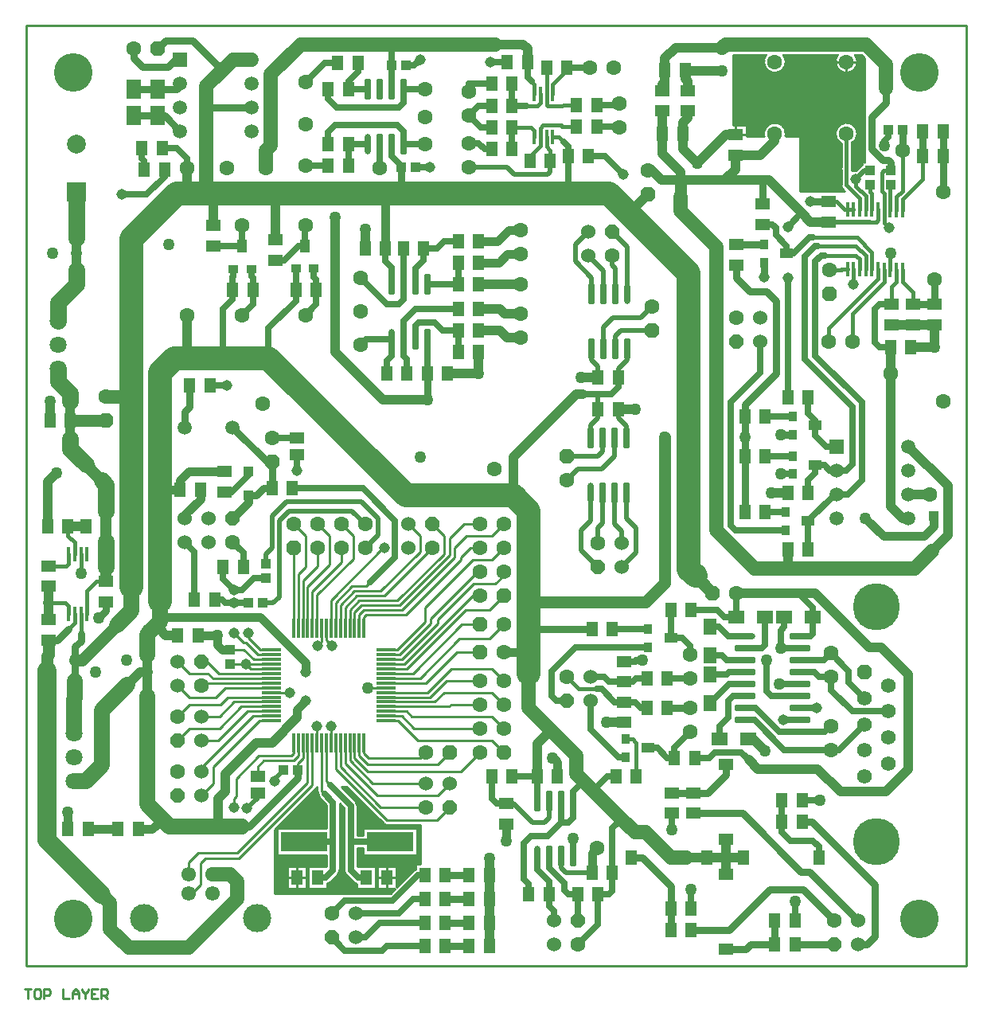
<source format=gtl>
%FSAX24Y24*%
%MOIN*%
G70*
G01*
G75*
G04 Layer_Physical_Order=1*
G04 Layer_Color=255*
%ADD10C,0.0100*%
%ADD11R,0.0630X0.0512*%
%ADD12R,0.0512X0.0630*%
%ADD13R,0.0400X0.0400*%
%ADD14R,0.0400X0.0400*%
%ADD15R,0.0532X0.0394*%
%ADD16R,0.0374X0.0394*%
G04:AMPARAMS|DCode=17|XSize=86.6mil|YSize=27.6mil|CornerRadius=6.9mil|HoleSize=0mil|Usage=FLASHONLY|Rotation=90.000|XOffset=0mil|YOffset=0mil|HoleType=Round|Shape=RoundedRectangle|*
%AMROUNDEDRECTD17*
21,1,0.0866,0.0138,0,0,90.0*
21,1,0.0728,0.0276,0,0,90.0*
1,1,0.0138,0.0069,0.0364*
1,1,0.0138,0.0069,-0.0364*
1,1,0.0138,-0.0069,-0.0364*
1,1,0.0138,-0.0069,0.0364*
%
%ADD17ROUNDEDRECTD17*%
%ADD18O,0.0276X0.0866*%
G04:AMPARAMS|DCode=19|XSize=59.1mil|YSize=15.7mil|CornerRadius=3.9mil|HoleSize=0mil|Usage=FLASHONLY|Rotation=270.000|XOffset=0mil|YOffset=0mil|HoleType=Round|Shape=RoundedRectangle|*
%AMROUNDEDRECTD19*
21,1,0.0591,0.0079,0,0,270.0*
21,1,0.0512,0.0157,0,0,270.0*
1,1,0.0079,-0.0039,-0.0256*
1,1,0.0079,-0.0039,0.0256*
1,1,0.0079,0.0039,0.0256*
1,1,0.0079,0.0039,-0.0256*
%
%ADD19ROUNDEDRECTD19*%
%ADD20R,0.0600X0.0470*%
%ADD21R,0.0472X0.0591*%
%ADD22R,0.0591X0.0472*%
%ADD23R,0.0600X0.0825*%
%ADD24R,0.0550X0.0650*%
%ADD25R,0.0650X0.0550*%
G04:AMPARAMS|DCode=26|XSize=10.2mil|YSize=82.7mil|CornerRadius=2.6mil|HoleSize=0mil|Usage=FLASHONLY|Rotation=270.000|XOffset=0mil|YOffset=0mil|HoleType=Round|Shape=RoundedRectangle|*
%AMROUNDEDRECTD26*
21,1,0.0102,0.0776,0,0,270.0*
21,1,0.0051,0.0827,0,0,270.0*
1,1,0.0051,-0.0388,-0.0026*
1,1,0.0051,-0.0388,0.0026*
1,1,0.0051,0.0388,0.0026*
1,1,0.0051,0.0388,-0.0026*
%
%ADD26ROUNDEDRECTD26*%
G04:AMPARAMS|DCode=27|XSize=10.2mil|YSize=82.7mil|CornerRadius=2.6mil|HoleSize=0mil|Usage=FLASHONLY|Rotation=0.000|XOffset=0mil|YOffset=0mil|HoleType=Round|Shape=RoundedRectangle|*
%AMROUNDEDRECTD27*
21,1,0.0102,0.0776,0,0,0.0*
21,1,0.0051,0.0827,0,0,0.0*
1,1,0.0051,0.0026,-0.0388*
1,1,0.0051,-0.0026,-0.0388*
1,1,0.0051,-0.0026,0.0388*
1,1,0.0051,0.0026,0.0388*
%
%ADD27ROUNDEDRECTD27*%
%ADD28R,0.0394X0.0394*%
%ADD29R,0.1969X0.0827*%
G04:AMPARAMS|DCode=30|XSize=86.6mil|YSize=27.6mil|CornerRadius=6.9mil|HoleSize=0mil|Usage=FLASHONLY|Rotation=0.000|XOffset=0mil|YOffset=0mil|HoleType=Round|Shape=RoundedRectangle|*
%AMROUNDEDRECTD30*
21,1,0.0866,0.0138,0,0,0.0*
21,1,0.0728,0.0276,0,0,0.0*
1,1,0.0138,0.0364,-0.0069*
1,1,0.0138,-0.0364,-0.0069*
1,1,0.0138,-0.0364,0.0069*
1,1,0.0138,0.0364,0.0069*
%
%ADD30ROUNDEDRECTD30*%
%ADD31O,0.0866X0.0276*%
%ADD32R,0.0394X0.0374*%
%ADD33R,0.0394X0.0532*%
%ADD34C,0.1000*%
%ADD35C,0.0400*%
%ADD36C,0.0500*%
%ADD37C,0.0250*%
%ADD38C,0.0300*%
%ADD39C,0.0200*%
%ADD40C,0.0600*%
%ADD41C,0.0150*%
%ADD42C,0.0180*%
%ADD43C,0.0650*%
%ADD44C,0.0800*%
%ADD45C,0.0700*%
%ADD46C,0.0450*%
%ADD47C,0.0550*%
%ADD48C,0.0350*%
%ADD49C,0.0110*%
%ADD50P,0.0682X8X22.5*%
%ADD51C,0.0630*%
%ADD52P,0.0671X8X292.5*%
%ADD53C,0.0620*%
%ADD54C,0.1967*%
%ADD55C,0.0500*%
%ADD56C,0.0591*%
%ADD57R,0.0591X0.0591*%
%ADD58P,0.0649X8X112.5*%
%ADD59C,0.0600*%
%ADD60C,0.0709*%
%ADD61P,0.0682X8X112.5*%
%ADD62C,0.0787*%
%ADD63R,0.0787X0.0787*%
%ADD64P,0.0649X8X202.5*%
%ADD65C,0.1614*%
%ADD66C,0.0610*%
%ADD67C,0.1181*%
%ADD68C,0.1181*%
%ADD69C,0.0450*%
D10*
X034529Y021639D02*
G03*
X034670Y021580I000141J000141D01*
G01*
X034528Y021639D02*
G03*
X034670Y021580I000142J000141D01*
G01*
X033442Y022393D02*
G03*
X033362Y022587I-000275J000000D01*
G01*
X033442Y022393D02*
G03*
X033361Y022588I-000275J000000D01*
G01*
X035864Y019734D02*
G03*
X035776Y019674I000106J-000254D01*
G01*
X035864Y019734D02*
G03*
X035775Y019674I000106J-000254D01*
G01*
X032892Y019680D02*
G03*
X032973Y019486I000275J000000D01*
G01*
X032892Y019680D02*
G03*
X032973Y019485I000275J000000D01*
G01*
X033272Y019186D02*
G03*
X033414Y019110I000195J000194D01*
G01*
X033273Y019186D02*
G03*
X033414Y019110I000194J000194D01*
G01*
X031758Y023002D02*
G03*
X031805Y022877I000190J000000D01*
G01*
X031758Y023002D02*
G03*
X031805Y022877I000190J000000D01*
G01*
D02*
G03*
X031883Y022693I000265J000003D01*
G01*
X032617Y019486D02*
G03*
X032698Y019680I-000194J000194D01*
G01*
X032617Y019485D02*
G03*
X032698Y019680I-000194J000195D01*
G01*
X032176Y019110D02*
G03*
X032318Y019186I-000053J000270D01*
G01*
X032176Y019110D02*
G03*
X032317Y019186I-000053J000270D01*
G01*
X054385Y053530D02*
G03*
X054283Y053820I-000465J000000D01*
G01*
X053557D02*
G03*
X054385Y053530I000363J-000290D01*
G01*
Y050530D02*
G03*
X053695Y050123I-000465J000000D01*
G01*
X054145D02*
G03*
X054385Y050530I-000225J000407D01*
G01*
X053695Y048380D02*
G03*
X053798Y048191I000225J000000D01*
G01*
X051385Y053530D02*
G03*
X051283Y053820I-000465J000000D01*
G01*
X050557D02*
G03*
X051385Y053530I000363J-000290D01*
G01*
X051374Y050430D02*
G03*
X051385Y050530I-000454J000100D01*
G01*
D02*
G03*
X050466Y050430I-000465J000000D01*
G01*
X035148Y025952D02*
X035970Y025130D01*
X033870Y023830D02*
X037770D01*
X033920Y024380D02*
X036070D01*
X033870Y024130D02*
X036820D01*
X036270Y030680D02*
X038270Y032680D01*
X036270Y030080D02*
Y030680D01*
X035470Y030380D02*
X037770Y032680D01*
Y032780D01*
X033820Y030380D02*
X035470D01*
X037520Y032780D02*
Y033180D01*
X035320Y030580D02*
X037520Y032780D01*
X033720Y030580D02*
X035320D01*
X037320Y032880D02*
Y033580D01*
X035220Y030780D02*
X037320Y032880D01*
X033620Y030780D02*
X035220D01*
X037070Y032930D02*
Y033680D01*
X035120Y030980D02*
X037070Y032930D01*
X033520Y030980D02*
X035120D01*
X033220Y031580D02*
X033820D01*
X036070Y033030D02*
Y033680D01*
X034420Y031380D02*
X036070Y033030D01*
X033320Y031380D02*
X034420D01*
X034570Y031180D02*
X036570Y033180D01*
X033420Y031180D02*
X034570D01*
X035970Y025130D02*
X039070D01*
X032342Y031002D02*
X034520Y033180D01*
X034570D01*
X032342Y029830D02*
Y031002D01*
X032539Y030899D02*
X033220Y031580D01*
X032539Y029830D02*
Y030899D01*
X032736Y030796D02*
X033320Y031380D01*
X032736Y029830D02*
Y030796D01*
X032933Y030693D02*
X033420Y031180D01*
X032933Y029830D02*
Y030693D01*
X033129Y030589D02*
X033520Y030980D01*
X033129Y029830D02*
Y030589D01*
X038270Y032680D02*
X039070D01*
X035301Y028511D02*
X036820Y030030D01*
X035404Y028314D02*
X038270Y031180D01*
X038570D01*
X036070Y024380D02*
X036320Y024630D01*
X033720Y024580D02*
Y025027D01*
X033523Y024477D02*
Y025027D01*
Y024477D02*
X033870Y024130D01*
X036820D02*
X037320Y024630D01*
X033920Y024380D02*
X034820D01*
X033720Y024580D02*
X033920Y024380D01*
X033326Y024374D02*
Y025027D01*
Y024374D02*
X033870Y023830D01*
X034070Y023330D02*
X036320D01*
X033129Y024271D02*
Y025027D01*
Y024271D02*
X034070Y023330D01*
X032933Y024167D02*
Y025027D01*
Y024167D02*
X034270Y022830D01*
X036820D01*
X037320Y023330D01*
X032736Y024014D02*
Y025027D01*
Y024014D02*
X034420Y022330D01*
X036320D01*
X032539Y023911D02*
X034670Y021780D01*
X036770D01*
X037320Y022330D01*
X027017Y027527D02*
X029842D01*
X030767Y024577D02*
Y025027D01*
X030670Y024480D02*
X030767Y024577D01*
X030764Y024280D02*
X030964Y024480D01*
Y025027D01*
X031358Y023368D02*
Y025027D01*
X031555Y023265D02*
Y025027D01*
X032539Y023911D02*
Y025027D01*
X026370Y019530D02*
Y020030D01*
X026770Y020430D01*
X028420D01*
X031358Y023368D01*
X026370Y018730D02*
X026520D01*
X026870Y019080D01*
Y019980D01*
X027070Y020180D01*
X028470D01*
X031555Y023265D01*
X028690Y028930D02*
X029109Y028511D01*
X025920Y027430D02*
X026420Y026930D01*
X026920Y027430D02*
X027017Y027527D01*
X027396Y027724D02*
X029842D01*
X027190Y027930D02*
X027396Y027724D01*
X026420Y027930D02*
X027190D01*
X025920Y028430D02*
X026420Y027930D01*
X026920Y028430D02*
X027150D01*
X027659Y027921D01*
X029842D01*
X029385Y028905D02*
X029842D01*
X028963Y028117D02*
X029842D01*
X028770Y028310D02*
X028963Y028117D01*
X028774Y028314D02*
X029842D01*
X028770Y028310D02*
X028774Y028314D01*
X028120Y028330D02*
X028750D01*
X028770Y028310D01*
X028120Y028930D02*
X028690D01*
X028870Y029420D02*
Y029630D01*
Y029420D02*
X029385Y028905D01*
X031751Y025027D02*
Y025730D01*
X032342Y025027D02*
Y025730D01*
X031948Y029258D02*
Y029830D01*
X031770Y029080D02*
X031948Y029258D01*
X032145Y029305D02*
Y029830D01*
Y029305D02*
X032370Y029080D01*
X029842Y027133D02*
X030620D01*
X030620Y027133D01*
X031161Y024371D02*
Y025027D01*
X030953Y023883D02*
Y024163D01*
X031161Y024371D01*
X029320Y024480D02*
X030670D01*
X028370Y023530D02*
X029320Y024480D01*
X026920Y023830D02*
X026970D01*
X026920Y022830D02*
X027420Y023330D01*
X025920Y026130D02*
X026420Y026630D01*
X025920Y025130D02*
X026420Y025630D01*
X027670D01*
X028583Y026543D01*
X029842D01*
X026920Y023980D02*
X029089Y026149D01*
X026920Y023830D02*
Y023980D01*
X029089Y026149D02*
X029842D01*
X029342Y025952D02*
X029842D01*
X027420Y024030D02*
X029342Y025952D01*
X027420Y023330D02*
Y024030D01*
X028270Y022330D02*
Y022680D01*
X028370Y022780D01*
Y023530D01*
X029270Y024030D02*
X029520Y024280D01*
X029270Y023630D02*
Y024030D01*
X029520Y024280D02*
X030764D01*
X029109Y028511D02*
X029842D01*
X029292Y028708D02*
X029842D01*
X028685Y029215D02*
X028785D01*
X029292Y028708D01*
X028270Y029630D02*
X028685Y029215D01*
X030964Y032074D02*
X031270Y032380D01*
X030964Y029830D02*
Y032074D01*
X033720Y029830D02*
Y030280D01*
X033820Y030380D01*
X033523Y029830D02*
Y030383D01*
X033720Y030580D01*
X033326Y029830D02*
Y030486D01*
X033620Y030780D01*
X030767Y033177D02*
X030770Y033180D01*
X030767Y029830D02*
Y033177D01*
X030770Y034180D02*
X031270Y033680D01*
Y032380D02*
Y033680D01*
X031770Y032430D02*
Y033180D01*
X031161Y031821D02*
X031770Y032430D01*
X031161Y029830D02*
Y031821D01*
X031358Y031568D02*
X032270Y032480D01*
X031358Y029830D02*
Y031568D01*
X031555Y031365D02*
X032770Y032580D01*
X031555Y029830D02*
Y031365D01*
X031751Y031212D02*
X033270Y032730D01*
X031751Y029830D02*
Y031212D01*
X032770Y034180D02*
X033270Y033680D01*
Y032730D02*
Y033680D01*
X031770Y034180D02*
X032270Y033680D01*
Y032480D02*
Y033680D01*
X032770Y032580D02*
Y033180D01*
X033870Y027330D02*
X034645D01*
X033870Y027330D02*
X033870Y027330D01*
X034645Y025952D02*
X035148D01*
X034645Y026149D02*
X035301D01*
X035820Y025630D01*
X038570D01*
X034645Y026346D02*
X035504D01*
X035720Y026130D01*
X039070D01*
X039570Y025630D01*
X034645Y026543D02*
X037283D01*
X037370Y026630D01*
X038570D01*
X034645Y026739D02*
X036679D01*
X037070Y027130D01*
X039070D01*
X039570Y026630D01*
X034645Y026936D02*
X036476D01*
X037170Y027630D01*
X038570D01*
X034645Y027133D02*
X036373D01*
X037370Y028130D01*
X039070D01*
X039570Y027630D01*
X034645Y027527D02*
X036317D01*
X037620Y028830D01*
X038570D01*
X034645Y027724D02*
X036064D01*
X037720Y029380D01*
X038970D01*
X039570Y029980D01*
X034645Y027921D02*
X035761D01*
X037820Y029980D01*
X038570D01*
X039070Y033680D02*
X039570Y034180D01*
X039070Y032680D02*
X039570Y033180D01*
X038020Y033680D02*
X039070D01*
X035570Y034180D02*
X036070Y033680D01*
X036570Y034180D02*
X037070Y033680D01*
X037920Y034180D02*
X038570D01*
X037320Y033580D02*
X037920Y034180D01*
X037520Y033180D02*
X038020Y033680D01*
X037770Y032780D02*
X038170Y033180D01*
X038570D01*
X038470Y032180D02*
X038570D01*
X039220Y031680D02*
X039570Y032030D01*
Y032180D01*
X038320Y031680D02*
X039220D01*
X038970Y030580D02*
X039570Y031180D01*
X034645Y028905D02*
X035095D01*
X036270Y030080D01*
X034645Y028708D02*
X035198D01*
X036520Y030030D02*
Y030230D01*
X035198Y028708D02*
X036520Y030030D01*
Y030230D02*
X038470Y032180D01*
X034645Y028511D02*
X035301D01*
X036820Y030030D02*
Y030180D01*
X038320Y031680D01*
X034645Y028314D02*
X035404D01*
X034645Y028117D02*
X035507D01*
X037970Y030580D01*
X038970D01*
X039070Y025130D02*
X039570Y024630D01*
X037770Y023830D02*
X038570Y024630D01*
X026920Y025130D02*
X027620D01*
X028836Y026346D01*
X029842D01*
X028279Y026739D02*
X029842D01*
X026920Y026130D02*
X027670D01*
X028279Y026739D01*
X026420Y026630D02*
X027720D01*
X028026Y026936D01*
X029842D01*
X026420Y026930D02*
X027520D01*
X027920Y027330D01*
X029842D01*
X032145Y023415D02*
Y025027D01*
Y023415D02*
X032320Y023240D01*
X031948Y023002D02*
Y025027D01*
Y023002D02*
X032070Y022880D01*
X033820Y031580D02*
X033979Y031739D01*
X035840Y021443D02*
Y021580D01*
X035760Y021443D02*
Y021580D01*
X035920Y021443D02*
Y021580D01*
X034670D02*
X036070D01*
X035600Y021443D02*
Y021580D01*
X035520Y021443D02*
Y021580D01*
X035680Y021443D02*
Y021580D01*
X035360Y021443D02*
Y021580D01*
X034960Y021443D02*
Y021580D01*
X035440Y021443D02*
Y021580D01*
X034720Y021443D02*
Y021580D01*
X034640Y021443D02*
Y021582D01*
X034880Y021443D02*
Y021580D01*
X033442Y021680D02*
X034487D01*
X032987Y023180D02*
X034528Y021639D01*
X033442Y021600D02*
X034583D01*
X033442Y021840D02*
X034327D01*
X033442Y021920D02*
X034247D01*
X033442Y021760D02*
X034407D01*
X034560Y021443D02*
Y021613D01*
X034400Y021443D02*
Y021767D01*
X034320Y021443D02*
Y021847D01*
X034480Y021443D02*
Y021687D01*
X035954Y021120D02*
X036070D01*
X035954Y021200D02*
X036070D01*
X035954Y020960D02*
X036070D01*
X035954Y021040D02*
X036070D01*
X035954Y021360D02*
X036070D01*
X035954Y021440D02*
X036070D01*
X035954Y021280D02*
X036070D01*
X035954Y020560D02*
X036070D01*
X035954Y020880D02*
X036070D01*
X035954Y020480D02*
X036070D01*
X035954Y020400D02*
X036070D01*
X035954Y020317D02*
Y021443D01*
Y020320D02*
X036070D01*
X035280Y021443D02*
Y021580D01*
X033442Y021520D02*
X036070D01*
X033686Y021443D02*
X035954D01*
X035120D02*
Y021580D01*
X035040Y021443D02*
Y021580D01*
X035200Y021443D02*
Y021580D01*
X035954Y020720D02*
X036070D01*
X035954Y020800D02*
X036070D01*
X035954Y020640D02*
X036070D01*
X034800Y021443D02*
Y021580D01*
X033686Y020317D02*
X035954D01*
X033442Y020240D02*
X036070D01*
X033386Y022560D02*
X033607D01*
X033309Y022640D02*
X033527D01*
X033442Y022400D02*
X033767D01*
X033428Y022480D02*
X033687D01*
X033440Y022428D02*
Y022727D01*
X033360Y022589D02*
Y022807D01*
X033680Y021155D02*
Y022487D01*
X033600Y021155D02*
Y022567D01*
X033760Y021443D02*
Y022407D01*
X033520Y021155D02*
Y022647D01*
X033442Y021155D02*
Y022393D01*
X032909Y023040D02*
X033127D01*
X032829Y023120D02*
X033047D01*
X032989Y022960D02*
X033207D01*
X032960Y022989D02*
Y023180D01*
X032880Y023069D02*
Y023180D01*
X033040Y022909D02*
Y023127D01*
X033149Y022800D02*
X033367D01*
X033069Y022880D02*
X033287D01*
X033229Y022720D02*
X033447D01*
X033200Y022749D02*
Y022967D01*
X033120Y022829D02*
Y023047D01*
X033280Y022669D02*
Y022887D01*
X034080Y021443D02*
Y022087D01*
X033442Y022080D02*
X034087D01*
X033442Y022000D02*
X034167D01*
X033442Y022240D02*
X033927D01*
X033442Y022320D02*
X033847D01*
X034000Y021443D02*
Y022167D01*
X034160Y021443D02*
Y022007D01*
X033920Y021443D02*
Y022247D01*
X034240Y021443D02*
Y021927D01*
X033840Y021443D02*
Y022327D01*
X033686Y021155D02*
Y021443D01*
Y020317D02*
Y020605D01*
X033442Y021440D02*
X033686D01*
X033442Y022160D02*
X034007D01*
X033442Y021360D02*
X033686D01*
X033442Y021200D02*
X033686D01*
X033442Y021280D02*
X033686D01*
X033442Y021155D02*
X033686D01*
X033442Y020400D02*
X033686D01*
X033442Y020480D02*
X033686D01*
X033442Y020320D02*
X033686D01*
X033442Y020605D02*
X033686D01*
X032892Y020880D02*
Y022279D01*
X033442Y020560D02*
X033686D01*
X036070Y019945D02*
Y021580D01*
X036000Y019945D02*
Y021580D01*
X035920Y019945D02*
Y020317D01*
X035864Y019945D02*
X036070D01*
X035840Y019722D02*
Y020317D01*
X035760Y019659D02*
Y020317D01*
X035864Y019734D02*
Y019945D01*
X035600Y019499D02*
Y020317D01*
X035520Y019419D02*
Y020317D01*
X035680Y019579D02*
Y020317D01*
X035360Y019259D02*
Y020317D01*
X035280Y019179D02*
Y020317D01*
X035440Y019339D02*
Y020317D01*
X033442Y020080D02*
X036070D01*
X033442Y020160D02*
X036070D01*
X033442Y020000D02*
X036070D01*
X035040Y019845D02*
Y020317D01*
X034960Y019845D02*
Y020317D01*
X033442Y019920D02*
X035864D01*
X035200Y019099D02*
Y020317D01*
X035120Y019019D02*
Y020317D01*
X035076Y018975D02*
Y019845D01*
X034800D02*
Y020317D01*
X034720Y019845D02*
Y020317D01*
X034880Y019845D02*
Y020317D01*
X035076Y019760D02*
X035864D01*
X035076Y019840D02*
X035864D01*
X035076Y019680D02*
X035781D01*
X035076Y019600D02*
X035701D01*
X035076Y019520D02*
X035621D01*
X035076Y018975D02*
X035775Y019674D01*
X035076Y019440D02*
X035541D01*
X035076Y019280D02*
X035381D01*
X035076Y019360D02*
X035461D01*
X035076Y019120D02*
X035221D01*
X034670Y019380D02*
X035026D01*
X034264Y019845D02*
X035076D01*
Y019200D02*
X035301D01*
X034670Y018965D02*
Y019380D01*
Y019795D01*
X034314Y019380D02*
X034670D01*
X034880Y018779D02*
Y018915D01*
X034264D02*
X035016D01*
X034831Y018730D02*
X035016Y018915D01*
X034720Y018730D02*
Y018915D01*
X034640Y018730D02*
Y018915D01*
X034800Y018730D02*
Y018915D01*
X034480Y019845D02*
Y020317D01*
X034400Y019845D02*
Y020317D01*
X034640Y019845D02*
Y020317D01*
X034560Y019845D02*
Y020317D01*
X034000Y019845D02*
Y020317D01*
X033920Y019845D02*
Y020317D01*
X034320Y019845D02*
Y020317D01*
X034264Y018915D02*
Y019845D01*
X034240Y018730D02*
Y020317D01*
X034226Y018915D02*
Y019845D01*
X034080D02*
Y020317D01*
X033840Y019845D02*
Y020317D01*
X034160Y019845D02*
Y020317D01*
X033760Y019845D02*
Y020317D01*
X033680Y019845D02*
Y020605D01*
X033442Y019845D02*
X034226D01*
X033520D02*
Y020605D01*
X033442Y019845D02*
Y020605D01*
X033600Y019845D02*
Y020605D01*
X032960Y018730D02*
Y019499D01*
X032880Y018730D02*
Y022291D01*
X032800Y018730D02*
Y022371D01*
X032892Y019680D02*
Y020880D01*
X033920Y018730D02*
Y018915D01*
X033840Y018730D02*
Y018915D01*
X034000Y018730D02*
Y018915D01*
X033680Y018730D02*
Y018915D01*
X033600Y018730D02*
Y018915D01*
X033760Y018730D02*
Y018915D01*
X034480Y018730D02*
Y018915D01*
X034400Y018730D02*
Y018915D01*
X034560Y018730D02*
Y018915D01*
X034160Y018730D02*
Y018915D01*
X034080Y018730D02*
Y018915D01*
X034320Y018730D02*
Y018915D01*
X033520Y018730D02*
Y018915D01*
X033414D02*
X034226D01*
X032973Y019485D02*
X033272Y019186D01*
X033414Y018915D02*
Y019110D01*
X033360Y018730D02*
Y019127D01*
X033280Y018730D02*
Y019179D01*
X033440Y018730D02*
Y018915D01*
X033120Y018730D02*
Y019338D01*
X033040Y018730D02*
Y019418D01*
X033200Y018730D02*
Y019258D01*
X032769Y023180D02*
X033361Y022588D01*
X032769Y023180D02*
X032987D01*
X032698Y022160D02*
X032892D01*
X032698Y022473D02*
X032892Y022279D01*
X032698Y022240D02*
X032892D01*
X032698Y022320D02*
X032851D01*
X032698Y022080D02*
X032892D01*
X032698Y021920D02*
X032892D01*
X032698Y022000D02*
X032892D01*
X032698Y021760D02*
X032892D01*
X032698Y021680D02*
X032892D01*
X032698Y020880D02*
Y022473D01*
Y021600D02*
X032892D01*
X031883Y022693D02*
X032148Y022427D01*
X030973Y022400D02*
X032148D01*
X032698Y021840D02*
X032892D01*
X030893Y022320D02*
X032148D01*
X030493Y021920D02*
X032148D01*
X030413Y021840D02*
X032148D01*
X030333Y021760D02*
X032148D01*
X030253Y021680D02*
X032148D01*
X032698Y021520D02*
X032892D01*
X032148Y021443D02*
Y022427D01*
X030173Y021600D02*
X032148D01*
X030093Y021520D02*
X032148D01*
X032698Y021120D02*
X032892D01*
X032698Y021200D02*
X032892D01*
X032698Y021040D02*
X032892D01*
X032698Y021360D02*
X032892D01*
X032698Y021440D02*
X032892D01*
X032698Y021280D02*
X032892D01*
X032698Y020640D02*
X032892D01*
X032698Y020720D02*
X032892D01*
X032698Y020560D02*
X032892D01*
X032698Y020880D02*
X032892D01*
X032698Y020960D02*
X032892D01*
X032698Y020800D02*
X032892D01*
X032698Y020400D02*
X032892D01*
X032698Y020480D02*
X032892D01*
X032698Y020320D02*
X032892D01*
X032698Y020240D02*
X032892D01*
X030064Y021443D02*
X032148D01*
X029970Y020240D02*
X032148D01*
X032698Y020080D02*
X032892D01*
X032698Y020160D02*
X032892D01*
X032698Y020000D02*
X032892D01*
X029970Y019920D02*
X032148D01*
X029970Y020000D02*
X032148D01*
X032698Y019920D02*
X032892D01*
X031920Y021443D02*
Y022655D01*
X031758Y023002D02*
Y023180D01*
X031613Y023040D02*
X031758D01*
X031533Y022960D02*
X031763D01*
X032000Y021443D02*
Y022575D01*
X031840Y021443D02*
Y022748D01*
X032080Y021443D02*
Y022495D01*
X031680Y021443D02*
Y023107D01*
X031600Y021443D02*
Y023027D01*
X031760Y021443D02*
Y022977D01*
X031293Y022720D02*
X031859D01*
X031213Y022640D02*
X031935D01*
X031133Y022560D02*
X032015D01*
X031453Y022880D02*
X031802D01*
X031373Y022800D02*
X031817D01*
X031120Y021443D02*
Y022547D01*
X031520Y021443D02*
Y022947D01*
X029970Y021397D02*
X031696Y023123D01*
X031440Y021443D02*
Y022867D01*
X031360Y021443D02*
Y022787D01*
X031280Y021443D02*
Y022707D01*
X031200Y021443D02*
Y022627D01*
X030813Y022240D02*
X032148D01*
X030733Y022160D02*
X032148D01*
X030653Y022080D02*
X032148D01*
X031053Y022480D02*
X032095D01*
X031040Y021443D02*
Y022467D01*
X030960Y021443D02*
Y022387D01*
X031760Y019845D02*
Y020317D01*
X030960Y019845D02*
Y020317D01*
X031840Y019845D02*
Y020317D01*
X030880Y021443D02*
Y022307D01*
X030800Y021443D02*
Y022227D01*
X030720Y021443D02*
Y022147D01*
X030640Y021443D02*
Y022067D01*
X030573Y022000D02*
X032148D01*
X030560Y021443D02*
Y021987D01*
X030480Y021443D02*
Y021907D01*
X030400Y021443D02*
Y021827D01*
X030320Y021443D02*
Y021747D01*
X030064Y020317D02*
X032148D01*
X029970Y020160D02*
X032148D01*
X029970Y020080D02*
X032148D01*
X030240Y021443D02*
Y021667D01*
X030160Y021443D02*
Y021587D01*
X030064Y020317D02*
Y021443D01*
X032698Y019680D02*
X032892D01*
X032698Y019760D02*
X032892D01*
X032686Y019600D02*
X032904D01*
X032646Y019520D02*
X032944D01*
X032698Y019840D02*
X032892D01*
X032698Y019680D02*
Y020880D01*
X032720Y018730D02*
Y022451D01*
X032572Y019440D02*
X033018D01*
X032492Y019360D02*
X033098D01*
X032640Y018730D02*
Y019511D01*
X032560Y018730D02*
Y019428D01*
X032080Y019845D02*
Y020317D01*
X032000Y019845D02*
Y020317D01*
X032148Y019845D02*
Y020317D01*
X031680Y019845D02*
Y020317D01*
X031440Y019845D02*
Y020317D01*
X031920Y019845D02*
Y020317D01*
X032480Y018730D02*
Y019348D01*
X032318Y019186D02*
X032617Y019485D01*
X032412Y019280D02*
X033178D01*
X031600Y019845D02*
Y020317D01*
X031520Y019845D02*
Y020317D01*
X031364Y019845D02*
X032148D01*
X032212Y019120D02*
X033378D01*
X032176Y019040D02*
X033414D01*
X032176Y018960D02*
X033414D01*
X032332Y019200D02*
X033258D01*
X032400Y018730D02*
Y019268D01*
X032320Y018730D02*
Y019188D01*
X032240Y018730D02*
Y019131D01*
X032176Y018915D02*
Y019110D01*
X032160Y018730D02*
Y018915D01*
X032080Y018730D02*
Y018915D01*
X031364D02*
X032176D01*
X029970Y018880D02*
X034981D01*
X029970Y018800D02*
X034901D01*
X031840Y018730D02*
Y018915D01*
X031760Y018730D02*
Y018915D01*
X032000Y018730D02*
Y018915D01*
X031920Y018730D02*
Y018915D01*
X031680Y018730D02*
Y018915D01*
X029970Y018730D02*
X034831D01*
X031520D02*
Y018915D01*
X031440Y018730D02*
Y018915D01*
X031600Y018730D02*
Y018915D01*
X031120Y019845D02*
Y020317D01*
X031040Y019845D02*
Y020317D01*
X031280Y019845D02*
Y020317D01*
X031200Y019845D02*
Y020317D01*
X030640Y019845D02*
Y020317D01*
X030560Y019845D02*
Y020317D01*
X030880Y019845D02*
Y020317D01*
X031364Y018915D02*
Y019845D01*
X031360Y018730D02*
Y020317D01*
X031326Y018915D02*
Y019845D01*
X030800D02*
Y020317D01*
X030720Y019845D02*
Y020317D01*
X030920Y019380D02*
Y019795D01*
X030514Y019845D02*
X031326D01*
X029970Y019840D02*
X030514D01*
X029970Y019760D02*
X030514D01*
X030400Y018730D02*
Y020317D01*
X030320Y018730D02*
Y020317D01*
X030514Y018915D02*
Y019845D01*
X030240Y018730D02*
Y020317D01*
X030160Y018730D02*
Y020317D01*
X030480Y018730D02*
Y020317D01*
X030000Y018730D02*
Y021427D01*
X029970Y018730D02*
Y021397D01*
X030080Y018730D02*
Y020317D01*
X031280Y018730D02*
Y018915D01*
X030920Y019380D02*
X031276D01*
X031120Y018730D02*
Y018915D01*
X030920Y018965D02*
Y019380D01*
X030564D02*
X030920D01*
X031040Y018730D02*
Y018915D01*
X030960Y018730D02*
Y018915D01*
X030880Y018730D02*
Y018915D01*
X031200Y018730D02*
Y018915D01*
X030720Y018730D02*
Y018915D01*
X030640Y018730D02*
Y018915D01*
X030800Y018730D02*
Y018915D01*
X029970Y019360D02*
X030514D01*
X029970Y019440D02*
X030514D01*
X029970Y019280D02*
X030514D01*
X029970Y019600D02*
X030514D01*
X029970Y019680D02*
X030514D01*
X029970Y019520D02*
X030514D01*
X030560Y018730D02*
Y018915D01*
X029970Y019120D02*
X030514D01*
Y018915D02*
X031326D01*
X029970Y019040D02*
X030514D01*
X029970Y019200D02*
X030514D01*
X029970Y018960D02*
X030514D01*
X054360Y053680D02*
X054670D01*
X054380Y053600D02*
X054670D01*
X054544Y053820D02*
X054670Y053694D01*
X054324Y053760D02*
X054604D01*
X054353Y053360D02*
X054670D01*
X054344Y050720D02*
X054670D01*
X054385Y053520D02*
X054670D01*
X054376Y053440D02*
X054670D01*
X054248Y053200D02*
X054670D01*
X054139Y053120D02*
X054670D01*
X054283Y053820D02*
X054544D01*
X054312Y053280D02*
X054670D01*
X054226Y050880D02*
X054670D01*
X054299Y050800D02*
X054670D01*
X054097Y050960D02*
X054670D01*
X054382Y050480D02*
X054670D01*
X054366Y050400D02*
X054670D01*
X054372Y050640D02*
X054670D01*
X054384Y050560D02*
X054670D01*
X054283Y050240D02*
X054670D01*
X054202Y050160D02*
X054670D01*
X054335Y050320D02*
X054670D01*
X054145Y049920D02*
X054670D01*
X054145Y049840D02*
X054670D01*
X054145Y050080D02*
X054670D01*
X054145Y050000D02*
X054670D01*
X054145Y049680D02*
X054670D01*
X054145Y049600D02*
X054670D01*
X054145Y049760D02*
X054670D01*
X053920Y053530D02*
X054335D01*
X054080Y050967D02*
Y053093D01*
X054000Y050988D02*
Y053072D01*
X054320Y050767D02*
Y053293D01*
X054240Y050867D02*
Y053193D01*
X054160Y050928D02*
Y053132D01*
X053505Y053530D02*
X053920D01*
Y053115D02*
Y053530D01*
X053760Y050967D02*
Y053093D01*
X053600Y050867D02*
Y053193D01*
X053680Y050928D02*
Y053132D01*
X053520Y050767D02*
Y053293D01*
X053840Y050988D02*
Y053072D01*
X053920Y050995D02*
Y053065D01*
X051970Y050400D02*
X053474D01*
X051970Y050320D02*
X053505D01*
X051970Y050240D02*
X053557D01*
X051970Y050000D02*
X053695D01*
X051970Y049920D02*
X053695D01*
X051970Y050160D02*
X053638D01*
X051970Y050080D02*
X053695D01*
X051970Y049760D02*
X053695D01*
X051970Y049680D02*
X053695D01*
X051970Y049840D02*
X053695D01*
X054560Y049220D02*
Y053804D01*
X054670Y049330D02*
Y053694D01*
X054400Y049060D02*
Y053820D01*
X054480Y049140D02*
Y053820D01*
X054320Y048980D02*
Y050293D01*
X054240Y048980D02*
Y050193D01*
X054160Y048980D02*
Y050132D01*
X054145Y049520D02*
X054670D01*
X054145Y049440D02*
X054670D01*
X051970Y049600D02*
X053695D01*
X051970Y049520D02*
X053695D01*
Y049130D02*
Y050123D01*
X054145Y049130D02*
Y050123D01*
X051970Y049440D02*
X053695D01*
X054145Y049360D02*
X054670D01*
X054145Y049200D02*
X054540D01*
X054145Y049120D02*
X054460D01*
X054145Y049040D02*
X054380D01*
X054320Y048980D02*
X054570Y049230D01*
X054145Y048980D02*
X054320D01*
X054145D02*
Y049130D01*
X051970Y048880D02*
X053695D01*
X051970Y048320D02*
X053703D01*
X051970Y049360D02*
X053695D01*
X051970Y048960D02*
X053695D01*
X051970Y048130D02*
X053859D01*
X051970Y048240D02*
X053744D01*
X053120Y048130D02*
Y053820D01*
X053200Y048130D02*
Y053820D01*
X052960Y048130D02*
Y053820D01*
X053040Y048130D02*
Y053820D01*
X053360Y048130D02*
Y053820D01*
X053440Y048130D02*
Y053820D01*
X053280Y048130D02*
Y053820D01*
X052160Y048130D02*
Y053820D01*
X052240Y048130D02*
Y053820D01*
X052000Y048130D02*
Y053820D01*
X052080Y048130D02*
Y053820D01*
X052800Y048130D02*
Y053820D01*
X052880Y048130D02*
Y053820D01*
X052720Y048130D02*
Y053820D01*
X053680Y048130D02*
Y050132D01*
X053695Y048380D02*
Y049030D01*
X053520Y048130D02*
Y050293D01*
X053600Y048130D02*
Y050193D01*
X052560Y048130D02*
Y053820D01*
X052640Y048130D02*
Y053820D01*
X052480Y048130D02*
Y053820D01*
X051970Y048800D02*
X053695D01*
X051970Y048720D02*
X053695D01*
X051970Y049280D02*
X053695D01*
X051970Y049200D02*
X053695D01*
X052320Y048130D02*
Y053820D01*
X052400Y048130D02*
Y053820D01*
X051970Y048130D02*
Y050430D01*
X049170Y052960D02*
X054670D01*
X049170Y052880D02*
X054670D01*
X051139Y053120D02*
X053701D01*
X049170Y053040D02*
X054670D01*
X049170Y052720D02*
X054670D01*
X049170Y052640D02*
X054670D01*
X049170Y052800D02*
X054670D01*
X049170Y052400D02*
X054670D01*
X049170Y052320D02*
X054670D01*
X049170Y052560D02*
X054670D01*
X049170Y052480D02*
X054670D01*
X049170Y052160D02*
X054670D01*
X049170Y052080D02*
X054670D01*
X049170Y052240D02*
X054670D01*
X049170Y051280D02*
X054670D01*
X049170Y051200D02*
X054670D01*
X049170Y051440D02*
X054670D01*
X049170Y051360D02*
X054670D01*
X049170Y051120D02*
X054670D01*
X049170Y051040D02*
X054670D01*
X051097Y050960D02*
X053743D01*
X049170Y051840D02*
X054670D01*
X049170Y051760D02*
X054670D01*
X049170Y052000D02*
X054670D01*
X049170Y051920D02*
X054670D01*
X049170Y051600D02*
X054670D01*
X049170Y051520D02*
X054670D01*
X049170Y051680D02*
X054670D01*
X051283Y053820D02*
X053557D01*
X051324Y053760D02*
X053516D01*
X051360Y053680D02*
Y053820D01*
X051360Y053680D02*
X053480D01*
X051380Y053600D02*
X053460D01*
X051385Y053520D02*
X053455D01*
X049170Y053820D02*
X050557D01*
X049170Y053760D02*
X050516D01*
X050480Y053680D02*
Y053820D01*
X049170Y053680D02*
X050480D01*
X049170Y053600D02*
X050460D01*
X049170Y053520D02*
X050455D01*
X051312Y053280D02*
X053528D01*
X051248Y053200D02*
X053592D01*
X051376Y053440D02*
X053464D01*
X051353Y053360D02*
X053487D01*
X051040Y050979D02*
Y053081D01*
X050960Y050993D02*
Y053067D01*
X050880Y050993D02*
Y053067D01*
X049170Y053280D02*
X050528D01*
X049170Y053200D02*
X050592D01*
X049170Y053440D02*
X050464D01*
X049170Y053360D02*
X050487D01*
X050800Y050979D02*
Y053081D01*
X049170Y050960D02*
X050743D01*
X049170Y053120D02*
X050701D01*
X051600Y050430D02*
Y053820D01*
X051680Y050430D02*
Y053820D01*
X051440Y050430D02*
Y053820D01*
X051520Y050430D02*
Y053820D01*
X051840Y050430D02*
Y053820D01*
X051920Y050430D02*
Y053820D01*
X051760Y050430D02*
Y053820D01*
X051200Y050901D02*
Y053159D01*
X051120Y050950D02*
Y053110D01*
X050640Y050901D02*
Y053159D01*
X050720Y050950D02*
Y053110D01*
X051360Y050680D02*
Y053380D01*
X051280Y050824D02*
Y053236D01*
X050560Y050824D02*
Y053236D01*
X051382Y050480D02*
X053458D01*
X051970Y048640D02*
X053695D01*
X051384Y050560D02*
X053456D01*
X051374Y050430D02*
X051970D01*
Y048480D02*
X053695D01*
X051970Y048400D02*
X053695D01*
X051970Y048560D02*
X053695D01*
X051226Y050880D02*
X053614D01*
X051299Y050800D02*
X053541D01*
X049735Y050880D02*
X050614D01*
X051344Y050720D02*
X053496D01*
X051372Y050640D02*
X053468D01*
X050080Y050430D02*
Y053820D01*
X050160Y050430D02*
Y053820D01*
X049920Y050430D02*
Y053820D01*
X050000Y050430D02*
Y053820D01*
X050320Y050430D02*
Y053820D01*
X050400Y050430D02*
Y053820D01*
X050240Y050430D02*
Y053820D01*
X049280Y050886D02*
Y053820D01*
X049360Y050886D02*
Y053820D01*
X049170Y050886D02*
Y053820D01*
X049200Y050886D02*
Y053820D01*
X049760Y050430D02*
Y053820D01*
X049840Y050430D02*
Y053820D01*
X049440Y050886D02*
Y053820D01*
X049735Y050800D02*
X050541D01*
X049735Y050720D02*
X050496D01*
X050480Y050680D02*
Y053380D01*
X049735Y050640D02*
X050468D01*
X049735Y050480D02*
X050458D01*
X049735Y050430D02*
X050466D01*
X049735D02*
Y050886D01*
X049680D02*
Y053820D01*
X049170Y050886D02*
X049735D01*
X049520D02*
Y053820D01*
X049600Y050886D02*
Y053820D01*
X049735Y050560D02*
X050456D01*
X049270Y050480D02*
X049685D01*
X049270D02*
Y050836D01*
X019570Y015680D02*
Y055050D01*
X058940Y015680D02*
Y055050D01*
X019570D02*
X058940D01*
X019570Y015680D02*
X058940D01*
D11*
X049270Y050480D02*
D03*
Y049630D02*
D03*
X046220Y051480D02*
D03*
Y052330D02*
D03*
X027870Y035530D02*
D03*
Y036380D02*
D03*
X022920Y030930D02*
D03*
Y031780D02*
D03*
X044620Y026730D02*
D03*
Y025880D02*
D03*
X027420Y045830D02*
D03*
Y046680D02*
D03*
X020520Y032430D02*
D03*
Y031580D02*
D03*
Y030180D02*
D03*
Y029330D02*
D03*
X047270Y051480D02*
D03*
Y052330D02*
D03*
X056720Y043380D02*
D03*
Y042530D02*
D03*
X047520Y022080D02*
D03*
Y022930D02*
D03*
X046620Y022080D02*
D03*
Y022930D02*
D03*
X039670Y021630D02*
D03*
Y022480D02*
D03*
X044620Y027580D02*
D03*
Y028430D02*
D03*
X053170Y047680D02*
D03*
Y046830D02*
D03*
X057620Y042530D02*
D03*
Y043380D02*
D03*
X055820D02*
D03*
Y042530D02*
D03*
X049320Y045030D02*
D03*
Y045880D02*
D03*
X050420Y046730D02*
D03*
Y047580D02*
D03*
X030020Y045230D02*
D03*
Y046080D02*
D03*
D12*
X025370Y049030D02*
D03*
X024520D02*
D03*
X025270Y049930D02*
D03*
X024420D02*
D03*
X047170Y053180D02*
D03*
X046320D02*
D03*
X047070Y050530D02*
D03*
X046220D02*
D03*
X049670Y037030D02*
D03*
X050520D02*
D03*
X049670Y038680D02*
D03*
X050520D02*
D03*
X052320Y039480D02*
D03*
X051470D02*
D03*
X055770Y041580D02*
D03*
X056620D02*
D03*
X032620Y053480D02*
D03*
X033470D02*
D03*
X032220Y049180D02*
D03*
X033070D02*
D03*
Y052380D02*
D03*
X032220D02*
D03*
X039070Y051680D02*
D03*
X039920D02*
D03*
X041370Y053280D02*
D03*
X042220D02*
D03*
X039720Y053530D02*
D03*
X040570D02*
D03*
X043120Y049580D02*
D03*
X042270D02*
D03*
X043470Y051730D02*
D03*
X042620D02*
D03*
X041520Y049380D02*
D03*
X040670D02*
D03*
X042620Y050830D02*
D03*
X043470D02*
D03*
X039920Y049880D02*
D03*
X039070D02*
D03*
X039920Y050780D02*
D03*
X039070D02*
D03*
Y052630D02*
D03*
X039920D02*
D03*
X026020Y035630D02*
D03*
X026870D02*
D03*
X027470Y031030D02*
D03*
X026620D02*
D03*
X027820Y032380D02*
D03*
X028670D02*
D03*
X027270Y039980D02*
D03*
X026420D02*
D03*
X024270Y021430D02*
D03*
X023420D02*
D03*
X022920Y034080D02*
D03*
X022070D02*
D03*
X021320D02*
D03*
X020470D02*
D03*
X044270Y023630D02*
D03*
X045120D02*
D03*
X046420Y026480D02*
D03*
X045570D02*
D03*
X029070Y043980D02*
D03*
X028220D02*
D03*
X036270Y016530D02*
D03*
X037120D02*
D03*
X020570Y038530D02*
D03*
X021420D02*
D03*
X057970Y049580D02*
D03*
X057120D02*
D03*
X057970Y050630D02*
D03*
X057120D02*
D03*
X047420Y018080D02*
D03*
X046570D02*
D03*
X052070Y021730D02*
D03*
X051220D02*
D03*
X052070Y022630D02*
D03*
X051220D02*
D03*
X047420Y017180D02*
D03*
X046570D02*
D03*
X051770Y017580D02*
D03*
X050920D02*
D03*
X051770Y016580D02*
D03*
X050920D02*
D03*
X046720Y024380D02*
D03*
X047570D02*
D03*
X030920Y019380D02*
D03*
X031770D02*
D03*
X034670D02*
D03*
X033820D02*
D03*
X022170Y021430D02*
D03*
X021320D02*
D03*
X038970Y018480D02*
D03*
X038120D02*
D03*
X038970Y016530D02*
D03*
X038120D02*
D03*
X036270Y017480D02*
D03*
X037120D02*
D03*
X038120D02*
D03*
X038970D02*
D03*
X038120Y019480D02*
D03*
X038970D02*
D03*
X036270Y018480D02*
D03*
X037120D02*
D03*
X036270Y019480D02*
D03*
X037120D02*
D03*
X039070Y023630D02*
D03*
X039920D02*
D03*
X041820D02*
D03*
X040970D02*
D03*
X042670Y018680D02*
D03*
X043520D02*
D03*
X043270Y019580D02*
D03*
X044120D02*
D03*
X041470Y018680D02*
D03*
X040620D02*
D03*
X025920Y029530D02*
D03*
X026770D02*
D03*
X029870Y035680D02*
D03*
X030720D02*
D03*
X046420Y027730D02*
D03*
X045570D02*
D03*
X046570Y030580D02*
D03*
X047420D02*
D03*
X043270Y029780D02*
D03*
X044120D02*
D03*
X033070Y050080D02*
D03*
X032220D02*
D03*
X049670Y034680D02*
D03*
X050520D02*
D03*
X052320Y033130D02*
D03*
X051470D02*
D03*
X052320Y035480D02*
D03*
X051470D02*
D03*
X044370Y040330D02*
D03*
X043520D02*
D03*
Y038980D02*
D03*
X044370D02*
D03*
X038520Y044230D02*
D03*
X037670D02*
D03*
X038520Y045130D02*
D03*
X037670D02*
D03*
X038520Y046030D02*
D03*
X037670D02*
D03*
X036220Y045730D02*
D03*
X035370D02*
D03*
X034620D02*
D03*
X033770D02*
D03*
X036370Y040480D02*
D03*
X037220D02*
D03*
X038520Y041380D02*
D03*
X037670D02*
D03*
X038520Y042280D02*
D03*
X037670D02*
D03*
X038520Y043180D02*
D03*
X037670D02*
D03*
X035520Y040480D02*
D03*
X034670D02*
D03*
X031720Y043980D02*
D03*
X030870D02*
D03*
D13*
X035870Y049130D02*
D03*
X035270D02*
D03*
X058170Y034530D02*
D03*
X057570D02*
D03*
X030953Y023883D02*
D03*
X030353D02*
D03*
X056270Y050680D02*
D03*
X055670D02*
D03*
X028870Y030880D02*
D03*
X029470D02*
D03*
X034870Y053380D02*
D03*
X035470D02*
D03*
D14*
X028120Y028330D02*
D03*
Y028930D02*
D03*
X054920Y048380D02*
D03*
Y048980D02*
D03*
X055770Y048380D02*
D03*
Y048980D02*
D03*
X029620Y032530D02*
D03*
Y031930D02*
D03*
D15*
X051415Y045505D02*
D03*
X052615Y038305D02*
D03*
X046565Y029405D02*
D03*
X045615Y024805D02*
D03*
X052315Y034305D02*
D03*
X052615Y036655D02*
D03*
D16*
X050470Y045130D02*
D03*
Y045880D02*
D03*
X051670Y037930D02*
D03*
Y038680D02*
D03*
X045620Y029030D02*
D03*
Y029780D02*
D03*
X044670Y024430D02*
D03*
Y025180D02*
D03*
X051370Y033930D02*
D03*
Y034680D02*
D03*
X051670Y036280D02*
D03*
Y037030D02*
D03*
D17*
X035370Y052380D02*
D03*
X034370Y050080D02*
D03*
X034870D02*
D03*
X035370D02*
D03*
X033870Y052380D02*
D03*
X034370D02*
D03*
X034870D02*
D03*
X041970Y022580D02*
D03*
X041470D02*
D03*
X040970D02*
D03*
X042470Y020280D02*
D03*
X041970D02*
D03*
X041470D02*
D03*
X042470Y022580D02*
D03*
X044720Y037780D02*
D03*
X043720Y035480D02*
D03*
X044220D02*
D03*
X044720D02*
D03*
X043220Y037780D02*
D03*
X043720D02*
D03*
X044220D02*
D03*
X043250Y041530D02*
D03*
X044250Y043830D02*
D03*
X043750D02*
D03*
X043250D02*
D03*
X044750Y041530D02*
D03*
X044250D02*
D03*
X043750D02*
D03*
X036370Y044230D02*
D03*
X035370Y041930D02*
D03*
X035870D02*
D03*
X036370D02*
D03*
X034870Y044230D02*
D03*
X035370D02*
D03*
X035870D02*
D03*
D18*
X033870Y050080D02*
D03*
X040970Y020280D02*
D03*
X043220Y035480D02*
D03*
X044750Y043830D02*
D03*
X034870Y041930D02*
D03*
D19*
X041620Y052180D02*
D03*
X041364D02*
D03*
X041108D02*
D03*
X040852D02*
D03*
Y050380D02*
D03*
X041108D02*
D03*
X041364D02*
D03*
X041620D02*
D03*
X022120Y032930D02*
D03*
X021864D02*
D03*
X021608D02*
D03*
X021352D02*
D03*
Y030430D02*
D03*
X021608D02*
D03*
X021864D02*
D03*
X022120D02*
D03*
X054735Y044850D02*
D03*
X054479D02*
D03*
X054223D02*
D03*
X053967D02*
D03*
Y047350D02*
D03*
X054223D02*
D03*
X054479D02*
D03*
X054735D02*
D03*
X055246Y044840D02*
D03*
X054990D02*
D03*
Y047340D02*
D03*
X055246D02*
D03*
X056270Y044830D02*
D03*
X056014D02*
D03*
X055758D02*
D03*
X055502D02*
D03*
Y047330D02*
D03*
X055758D02*
D03*
X056014D02*
D03*
X056270D02*
D03*
D20*
X030920Y037780D02*
D03*
Y037080D02*
D03*
X029270Y023630D02*
D03*
Y022930D02*
D03*
D21*
X044920Y020230D02*
D03*
X048070D02*
D03*
X052770D02*
D03*
X049620D02*
D03*
D22*
X048870Y024130D02*
D03*
Y020980D02*
D03*
Y019530D02*
D03*
Y016380D02*
D03*
D23*
X024070Y051280D02*
D03*
Y052380D02*
D03*
X025070Y051280D02*
D03*
Y052380D02*
D03*
D24*
X048220Y027880D02*
D03*
Y026680D02*
D03*
Y028680D02*
D03*
Y029880D02*
D03*
D25*
X049820Y025180D02*
D03*
X048620D02*
D03*
X050520Y030280D02*
D03*
X049320D02*
D03*
X051320D02*
D03*
X052520D02*
D03*
D26*
X034645Y028905D02*
D03*
Y028708D02*
D03*
Y028511D02*
D03*
Y028314D02*
D03*
Y028117D02*
D03*
Y027921D02*
D03*
Y027724D02*
D03*
Y027527D02*
D03*
Y027330D02*
D03*
Y027133D02*
D03*
Y026936D02*
D03*
Y026739D02*
D03*
Y026543D02*
D03*
Y026346D02*
D03*
Y026149D02*
D03*
Y025952D02*
D03*
X029842D02*
D03*
Y026149D02*
D03*
Y026346D02*
D03*
Y026543D02*
D03*
Y026739D02*
D03*
Y026936D02*
D03*
Y027133D02*
D03*
Y027330D02*
D03*
Y027527D02*
D03*
Y027724D02*
D03*
Y027921D02*
D03*
Y028117D02*
D03*
Y028314D02*
D03*
Y028511D02*
D03*
Y028708D02*
D03*
Y028905D02*
D03*
D27*
X033720Y025027D02*
D03*
X033523D02*
D03*
X033326D02*
D03*
X033129D02*
D03*
X032933D02*
D03*
X032736D02*
D03*
X032539D02*
D03*
X032342D02*
D03*
X032145D02*
D03*
X031948D02*
D03*
X031751D02*
D03*
X031555D02*
D03*
X031358D02*
D03*
X031161D02*
D03*
X030964D02*
D03*
X030767D02*
D03*
Y029830D02*
D03*
X030964D02*
D03*
X031161D02*
D03*
X031358D02*
D03*
X031555D02*
D03*
X031751D02*
D03*
X031948D02*
D03*
X032145D02*
D03*
X032342D02*
D03*
X032539D02*
D03*
X032736D02*
D03*
X032933D02*
D03*
X033129D02*
D03*
X033326D02*
D03*
X033523D02*
D03*
X033720D02*
D03*
D28*
X028870Y036380D02*
D03*
Y035380D02*
D03*
D29*
X031198Y020880D02*
D03*
X034820D02*
D03*
D30*
X051970Y028480D02*
D03*
Y028980D02*
D03*
Y029480D02*
D03*
X049670Y027980D02*
D03*
Y028480D02*
D03*
Y028980D02*
D03*
Y027480D02*
D03*
Y026980D02*
D03*
Y026480D02*
D03*
X051970Y027980D02*
D03*
Y026980D02*
D03*
Y027480D02*
D03*
Y026480D02*
D03*
X049670Y025980D02*
D03*
X051970D02*
D03*
D31*
X049670Y029480D02*
D03*
D32*
X028250Y044870D02*
D03*
X029000D02*
D03*
X030870Y044880D02*
D03*
X031620D02*
D03*
D33*
X028625Y045815D02*
D03*
X031245Y045825D02*
D03*
D34*
X026320Y041130D02*
X027820D01*
X025770D02*
X026320D01*
X043980Y048020D02*
X044817Y047183D01*
X047320Y044680D01*
X027820Y041130D02*
X029720D01*
X034977Y035873D01*
X025170Y040530D02*
X025770Y041130D01*
X025170Y035580D02*
Y040530D01*
X034977Y035873D02*
X035470Y035380D01*
X040620Y030930D02*
Y034730D01*
Y029730D02*
Y030930D01*
X023970Y046130D02*
X025860Y048020D01*
X035470Y035380D02*
X039970D01*
X040620Y034730D01*
Y028880D02*
Y029730D01*
Y027930D02*
Y028880D01*
X025170Y030950D02*
Y035580D01*
X035270Y048020D02*
X042270D01*
X043980D01*
X047320Y032280D02*
Y044680D01*
Y032280D02*
X047595Y032005D01*
X034620Y048020D02*
X035270D01*
X029970D02*
X034620D01*
X023970Y031560D02*
Y046130D01*
X025860Y048020D02*
X027420D01*
X029970D01*
D35*
X044817Y047183D02*
X044823D01*
X045620Y047980D01*
X045770Y048980D02*
X046170Y048580D01*
X046970D01*
X045670Y048980D02*
X045770D01*
X045620D02*
X045670D01*
X046970Y048580D02*
Y048930D01*
X044370Y038980D02*
X045070D01*
X042820Y040330D02*
X043520D01*
X042620Y039630D02*
X042870D01*
X039970Y036980D02*
X042620Y039630D01*
X039970Y035380D02*
Y036980D01*
X026320Y048070D02*
Y049080D01*
X046770Y054130D02*
X048720D01*
X046320Y053680D02*
X046770Y054130D01*
X050770Y035480D02*
X051470D01*
X057620Y041580D02*
Y042530D01*
X056620Y041580D02*
X057620D01*
X056720Y042530D02*
X057620D01*
X055820D02*
X056720D01*
X055770Y034930D02*
X056270Y034430D01*
X055770Y034930D02*
Y040480D01*
Y041580D01*
X056520Y035430D02*
X057420D01*
X056270Y034430D02*
X056520D01*
X058170Y033730D02*
Y034530D01*
X056520Y037430D02*
X058170Y035780D01*
Y034530D02*
Y035780D01*
X020510Y030190D02*
X020520Y030180D01*
X020510Y030190D02*
Y030890D01*
Y031570D02*
X020520Y031580D01*
X020510Y030890D02*
Y031570D01*
X021320Y034080D02*
X022070D01*
X020470Y035955D02*
X020845Y036330D01*
X020470Y034080D02*
Y035955D01*
X021420Y037770D02*
Y038530D01*
Y039650D01*
X021670Y044830D02*
Y045530D01*
Y046140D02*
Y046280D01*
Y045530D02*
Y046140D01*
X025420Y029530D02*
X025920D01*
X025170Y029780D02*
X025420Y029530D01*
X025170Y029780D02*
Y030090D01*
X024330Y027990D02*
X024630D01*
Y029550D02*
X024720Y029640D01*
X023795Y027455D02*
X024330Y027990D01*
X024630Y026980D02*
Y027990D01*
Y028680D01*
X029870Y025030D02*
X030920Y026080D01*
X027620Y021530D02*
Y022680D01*
X027920Y022980D01*
Y023730D01*
X029220Y025030D02*
X029870D01*
X027920Y023730D02*
X029220Y025030D01*
X038970Y016530D02*
Y017480D01*
Y018480D01*
Y019480D01*
Y020180D01*
X040970Y023630D02*
Y024986D01*
X041542Y025558D01*
X048070Y020230D02*
X048870D01*
X049620D01*
X048870Y019530D02*
Y020230D01*
Y020980D01*
X047220Y020230D02*
X048070D01*
X040380Y054270D02*
X040570Y054080D01*
X039220Y054270D02*
X040380D01*
X040570Y053530D02*
Y054080D01*
X047270Y053180D02*
X047304Y053146D01*
X048720D01*
X046220Y052330D02*
Y052580D01*
Y052330D02*
X046320Y052430D01*
Y052680D01*
Y053180D01*
X046220Y052580D02*
X046320Y052680D01*
Y053180D02*
Y053680D01*
X047170Y053180D02*
X047270Y053080D01*
X047170Y052830D02*
Y053180D01*
Y052830D02*
X047270Y052730D01*
Y052330D02*
Y052730D01*
X046220Y050530D02*
Y051480D01*
Y049680D02*
Y050530D01*
Y049680D02*
X046970Y048930D01*
X047070Y049872D02*
Y050530D01*
Y049872D02*
X047666Y049276D01*
X047070Y050530D02*
Y050980D01*
X047270Y051180D01*
Y051480D01*
X049270Y049630D02*
X050320D01*
X050920Y050230D01*
Y050530D01*
X046970Y048580D02*
X048820D01*
X049270Y049030D01*
Y049630D01*
X047666Y049276D02*
X048870Y050480D01*
X049270D01*
X048820Y048580D02*
X050420D01*
X050670D01*
X052045Y047205D02*
X052420Y046830D01*
X050670Y048580D02*
X052045Y047205D01*
X052420Y046830D02*
X053170D01*
X057496Y033056D02*
X058170Y033730D01*
X051470Y032330D02*
Y033130D01*
X038520Y044230D02*
X040270D01*
X038520Y043180D02*
X039420D01*
X039620Y042980D01*
X040270D01*
X038520Y042280D02*
X039420D01*
X039720Y041980D01*
X040270D01*
X030020Y046080D02*
Y047970D01*
X029970Y048020D02*
X030020Y047970D01*
X027420Y046680D02*
Y048020D01*
X037220Y040480D02*
X038520D01*
Y041380D01*
X050020Y025180D02*
X050520Y024680D01*
X049820Y025180D02*
X050020D01*
X020570Y038530D02*
Y039330D01*
X043870Y025880D02*
X044620D01*
X033770Y045730D02*
Y046530D01*
X026320Y041130D02*
Y042930D01*
X034520Y039380D02*
X036370D01*
X032520Y041380D02*
X034520Y039380D01*
X032520Y041380D02*
Y047030D01*
X049320Y031280D02*
X051920D01*
X052620D01*
X054870Y029030D01*
X055370D02*
X056520Y027880D01*
Y023930D02*
Y027880D01*
X055570Y022980D02*
X056520Y023930D01*
X054870Y029030D02*
X055370D01*
X053670Y022980D02*
X055570D01*
X052720Y023930D02*
X053670Y022980D01*
X050220Y023930D02*
X052720D01*
X049827Y024323D02*
X050220Y023930D01*
X045620Y049030D02*
X045670Y048980D01*
D36*
X046970Y047880D02*
Y048580D01*
X046320Y031730D02*
Y037830D01*
X045520Y030930D02*
X046320Y031730D01*
X040620Y030930D02*
X045520D01*
X021620Y028480D02*
X021900D01*
X020430Y028050D02*
Y028640D01*
X020520Y028730D02*
Y029330D01*
X020430Y028640D02*
X020520Y028730D01*
X022000Y036750D02*
X022070Y036680D01*
X021900Y028480D02*
X023366Y029946D01*
X021420Y038530D02*
X022920D01*
X047595Y032005D02*
X048320Y031280D01*
X022070Y036680D02*
X022421Y036331D01*
X022743Y036012D01*
D37*
X027820Y041130D02*
Y043180D01*
X044370Y039930D02*
Y040330D01*
X044070Y039630D02*
X044370Y039930D01*
X043520Y039630D02*
X044070D01*
X042870D02*
X043520D01*
X035020Y032780D02*
Y034330D01*
X026320Y049080D02*
Y049480D01*
X025870Y049930D02*
X026320Y049480D01*
X025270Y049930D02*
X025870D01*
X024420Y049480D02*
Y049930D01*
Y049480D02*
X024520Y049380D01*
Y049030D02*
Y049380D01*
X025370Y048730D02*
Y049030D01*
X024620Y047980D02*
X025370Y048730D01*
X023570Y047980D02*
X024620D01*
X023570D02*
X024220D01*
X055520Y050030D02*
Y050230D01*
X055670Y050380D01*
Y050680D01*
X051170Y036280D02*
X051670D01*
X050520Y038680D02*
X051670D01*
X052320Y038830D02*
Y039480D01*
Y038830D02*
X052615Y038535D01*
Y038305D02*
Y038535D01*
X050520Y037030D02*
X051670D01*
X052615Y037885D02*
Y038305D01*
Y037885D02*
X053070Y037430D01*
X053520D01*
X053220Y036430D02*
X053520D01*
X052995Y036655D02*
X053220Y036430D01*
X052615Y036655D02*
X052995D01*
X052615Y036325D02*
Y036655D01*
X052320Y036030D02*
X052615Y036325D01*
X052320Y035480D02*
Y036030D01*
X050520Y034680D02*
X051370D01*
X052315Y034305D02*
X052320Y034300D01*
Y033130D02*
Y034300D01*
X053440Y035430D02*
X053520D01*
X052315Y034305D02*
X053440Y035430D01*
X055320Y041580D02*
X055770D01*
X055120Y041780D02*
X055320Y041580D01*
X055120Y041780D02*
Y043180D01*
X055320Y043380D01*
X055820D01*
X039020Y053530D02*
X039720D01*
X034370Y049080D02*
Y050080D01*
X035370Y051830D02*
Y052380D01*
X036270D01*
X035370Y050080D02*
X036270D01*
X034870Y053380D02*
Y054270D01*
X035370Y050080D02*
Y050630D01*
X033070Y052380D02*
X033870D01*
X033070D02*
Y052730D01*
X035470Y053380D02*
X035820D01*
X036070Y053630D01*
X032570Y051630D02*
X035170D01*
X035370Y051830D01*
X032520Y050880D02*
X035120D01*
X032220Y050580D02*
X032520Y050880D01*
X035120D02*
X035370Y050630D01*
X044370Y050830D02*
X044420Y050780D01*
X043470Y050830D02*
X044370D01*
Y051730D02*
X044420Y051780D01*
X043470Y051730D02*
X044370D01*
X042220Y053280D02*
X043170D01*
X038120Y051280D02*
X038620Y050780D01*
X039070D01*
X038120Y051280D02*
X038520Y051680D01*
X039070D01*
X039920Y049880D02*
Y050780D01*
Y051730D02*
Y052630D01*
X048820Y030280D02*
X049320D01*
X048520Y030580D02*
X048820Y030280D01*
X047420Y030580D02*
X048520D01*
X046570Y029410D02*
Y030580D01*
X046565Y029405D02*
X046570Y029410D01*
X047370Y028730D02*
Y029080D01*
X047045Y029405D02*
X047370Y029080D01*
X046565Y029405D02*
X047045D01*
X045120Y028480D02*
X045370D01*
X045070Y028430D02*
X045120Y028480D01*
X044620Y028430D02*
X045070D01*
X043220Y025580D02*
Y026780D01*
X044620Y026730D02*
X045070D01*
X045320Y026480D01*
X045570D01*
X045120Y027730D02*
X045570D01*
X044970Y027580D02*
X045120Y027730D01*
X044620Y027580D02*
X044970D01*
X043970D02*
X044620D01*
X043770Y027780D02*
X043970Y027580D01*
X043220Y027780D02*
X043770D01*
X041770Y026780D02*
X042220D01*
X046420Y027730D02*
X047370D01*
X046720Y024830D02*
X047370Y025480D01*
X046720Y024380D02*
Y024830D01*
X046420Y024380D02*
X046720D01*
X047570D02*
X048170D01*
X043315Y023035D02*
X043909Y023630D01*
X044270D01*
X048170Y024380D02*
X048420Y024630D01*
X031770Y019380D02*
X032123D01*
X032423Y019680D01*
X033167D02*
X033467Y019380D01*
X033820D01*
X032423Y019680D02*
Y020880D01*
X033167Y019680D02*
Y020880D01*
X033770Y016880D02*
X034370Y017480D01*
X033370Y016880D02*
X033770D01*
X032370D02*
X032920Y016330D01*
X034470D01*
X034670Y016530D01*
X039920Y023630D02*
X040970D01*
X039070Y022680D02*
Y023630D01*
Y022680D02*
X039270Y022480D01*
X039670D01*
X041470Y018680D02*
Y019230D01*
Y018180D02*
Y018680D01*
Y018180D02*
X041670Y017980D01*
Y017580D02*
Y017980D01*
X042670Y017580D02*
Y018680D01*
X042095Y018855D02*
X042270Y018680D01*
X042095Y018855D02*
Y019155D01*
X042270Y018680D02*
X042670D01*
X040620D02*
Y019130D01*
X040420Y019330D02*
X040620Y019130D01*
X041970Y021680D02*
X042270D01*
X040420Y019330D02*
Y020830D01*
X040720Y021130D02*
X041420D01*
X040420Y020830D02*
X040720Y021130D01*
X041420D02*
X041970Y021680D01*
X042470Y022980D02*
X042918Y023428D01*
X042922D01*
X033167Y020880D02*
X034820D01*
X044120Y019580D02*
Y021442D01*
X044514Y021836D01*
X044120Y018830D02*
Y019580D01*
X043970Y018680D02*
X044120Y018830D01*
X043520Y018680D02*
X043970D01*
X043520Y017430D02*
Y018680D01*
X042670Y016580D02*
X043520Y017430D01*
X047420Y018080D02*
Y018880D01*
X046620Y021380D02*
Y022080D01*
X052770Y020230D02*
Y020680D01*
X052520Y020930D02*
X052770Y020680D01*
X051220Y021730D02*
Y022630D01*
X052070D02*
X052820D01*
X051770Y017580D02*
Y018380D01*
X028270Y030880D02*
X028870D01*
X027920D02*
X028270D01*
Y031430D02*
X028620D01*
X029120Y031930D01*
X029620D01*
X027820Y031880D02*
X028270Y031430D01*
X027820Y031880D02*
Y032380D01*
X028670D02*
Y032980D01*
X028220Y033430D02*
X028670Y032980D01*
X027470Y031030D02*
X027770D01*
X027920Y030880D01*
X026220Y033430D02*
X026620Y033030D01*
Y031030D02*
Y033030D01*
X030720Y035680D02*
X033670D01*
X035020Y034330D01*
X027870Y035530D02*
X028170D01*
X028870Y036230D01*
Y036380D01*
X029870Y037780D02*
X030920D01*
Y036430D02*
Y037080D01*
X027270Y039980D02*
X027970D01*
X030883Y020880D02*
X031198D01*
X032423D01*
X042470Y022580D02*
Y022980D01*
X040970Y022461D02*
Y022580D01*
Y019730D02*
X041470Y019230D01*
X040970Y019730D02*
Y020280D01*
X041470Y019780D02*
X042095Y019155D01*
X041470Y019780D02*
Y020280D01*
X042470D02*
Y021030D01*
Y021880D02*
Y022580D01*
X042270Y021680D02*
X042470Y021880D01*
X040970Y022580D02*
Y023630D01*
X041970Y021680D02*
Y022580D01*
X050770Y026980D02*
X051970D01*
X053603Y024730D02*
X054670Y025797D01*
X053270Y024730D02*
X053603D01*
X054020Y027538D02*
X054670Y026888D01*
X054020Y027538D02*
Y028030D01*
X053270Y028780D02*
X054020Y028030D01*
X051970Y028480D02*
X052970D01*
X053270Y028780D01*
X049670Y025980D02*
X050070D01*
X053020Y025480D02*
X053270Y025730D01*
X051120Y025480D02*
X053020D01*
X049670Y026480D02*
X050120D01*
X051120Y025480D01*
X050070Y025980D02*
X051320Y024730D01*
X053270D01*
X049170Y026980D02*
X049670D01*
X048970Y026780D02*
X049170Y026980D01*
X048970Y026080D02*
Y026780D01*
X048620Y025730D02*
X048970Y026080D01*
X048620Y025180D02*
Y025730D01*
X049020Y027980D02*
X049670D01*
X048920Y027880D02*
X049020Y027980D01*
X048920Y028480D02*
X049670D01*
X048720Y028680D02*
X048920Y028480D01*
X048220Y028680D02*
X048720D01*
X048970Y029480D02*
X049670D01*
X048570Y029880D02*
X048970Y029480D01*
X048220Y029880D02*
X048570D01*
X049670Y028980D02*
X050370D01*
X050520Y029130D01*
Y030280D01*
X051170Y028980D02*
X051970D01*
X051170D02*
Y029730D01*
X051320Y029880D01*
Y030280D01*
X051970Y029480D02*
X052420D01*
X052520Y029580D01*
Y030280D01*
Y030680D01*
X048220Y027880D02*
X048920D01*
X048220Y026680D02*
X049020Y027480D01*
X049670D01*
X044120Y029780D02*
X045620D01*
X050570Y027180D02*
X050770Y026980D01*
X050570Y027180D02*
Y028480D01*
X051120Y027480D02*
X051970D01*
X051270Y025980D02*
X051970D01*
Y026480D02*
X052670D01*
X048420Y024630D02*
X049520D01*
X033470Y053130D02*
Y053480D01*
X033070Y052730D02*
X033470Y053130D01*
X032220Y051980D02*
Y052380D01*
Y051980D02*
X032570Y051630D01*
X033070Y050080D02*
X033870D01*
X032220D02*
Y050580D01*
X034870Y052380D02*
Y053380D01*
X033070Y049180D02*
Y050080D01*
X031270Y049180D02*
X032220D01*
X035870Y049130D02*
X036470D01*
X049320Y030280D02*
Y031280D01*
X042270Y048020D02*
Y049580D01*
X051470Y039480D02*
Y044480D01*
Y046630D02*
X052045Y047205D01*
X050820Y046730D02*
X050970Y046580D01*
X050420Y046730D02*
X050820D01*
X052870Y045430D02*
X053020D01*
X052620Y045830D02*
X052720D01*
X052620Y045180D02*
X052870Y045430D01*
X052620Y041230D02*
Y045180D01*
X052170Y045380D02*
X052620Y045830D01*
X053520Y036430D02*
X053920D01*
X054170Y036680D01*
X053520Y035430D02*
X053970D01*
X054570Y036030D01*
Y039280D01*
X052620Y041230D02*
X054570Y039280D01*
X052170Y041080D02*
X054170Y039080D01*
Y036680D02*
Y039080D01*
X052170Y041080D02*
Y045380D01*
X051415Y045505D02*
X051695D01*
X052370Y046180D02*
X052520D01*
X051695Y045505D02*
X052370Y046180D01*
X051415Y045505D02*
Y045835D01*
X050970Y046280D02*
X051415Y045835D01*
X050970Y046280D02*
Y046580D01*
X050320Y040530D02*
Y041830D01*
X049270Y033930D02*
X051370D01*
X049070Y034130D02*
X049270Y033930D01*
X049070Y034130D02*
Y039280D01*
X050320Y040530D01*
X035270Y049130D02*
Y049180D01*
X034870Y049580D02*
Y050080D01*
Y049580D02*
X035270Y049180D01*
X042270Y049580D02*
Y049980D01*
X042072Y050178D02*
X042270Y049980D01*
X038120Y050130D02*
X038520D01*
X038770Y049880D02*
X039070D01*
X038520Y050130D02*
X038770Y049880D01*
X039920Y051680D02*
X039970D01*
X040520D01*
X040570Y052880D02*
Y053530D01*
Y052880D02*
X040729Y052721D01*
X032370Y017880D02*
X032920Y018430D01*
X033370Y017880D02*
X035170D01*
X035770Y018480D01*
X032920Y018430D02*
X034920D01*
X032070Y053480D02*
X032620D01*
X031270Y052680D02*
X032070Y053480D01*
X036370Y040480D02*
Y041930D01*
X035520Y040480D02*
Y041080D01*
X035370Y041230D02*
X035520Y041080D01*
X035370Y041230D02*
Y041930D01*
X034670Y040480D02*
Y041030D01*
X034870Y041230D01*
Y041930D01*
X035870D02*
Y042480D01*
X036020Y042630D01*
X036670D01*
X037020Y042280D01*
X037670D01*
Y041380D02*
Y042280D01*
X035870Y043180D02*
X037670D01*
X035370Y042680D02*
X035870Y043180D01*
X035370Y041930D02*
Y042680D01*
X033820Y041930D02*
X034870D01*
X033570Y041680D02*
X033820Y041930D01*
X034870Y044230D02*
Y044930D01*
X034620Y045180D02*
X034870Y044930D01*
X034620Y045180D02*
Y045730D01*
X035370Y044230D02*
Y045730D01*
X035870Y044230D02*
Y044880D01*
X036220Y045230D01*
Y045730D01*
X036370Y044230D02*
X037670D01*
Y045130D01*
X036220Y045730D02*
X036770D01*
X037070Y046030D01*
X037670D01*
X028250Y044560D02*
Y044870D01*
X028220Y044530D02*
X028250Y044560D01*
X028220Y043980D02*
Y044530D01*
X029000Y044550D02*
Y044870D01*
Y044550D02*
X029070Y044480D01*
Y043980D02*
Y044480D01*
X028620Y042930D02*
X029070Y043380D01*
Y043980D01*
X028220Y043580D02*
Y043980D01*
X027820Y043180D02*
X028220Y043580D01*
X030870Y043980D02*
Y044880D01*
X031620Y044530D02*
Y044880D01*
Y044530D02*
X031720Y044430D01*
Y043980D02*
Y044430D01*
Y043380D02*
Y043980D01*
X031270Y042930D02*
X031720Y043380D01*
X030020Y045230D02*
X030370D01*
X030965Y045825D01*
X031245D01*
Y046655D01*
X031270Y046680D01*
X028625Y045815D02*
Y046675D01*
X028620Y046680D02*
X028625Y046675D01*
X033167Y020880D02*
Y022393D01*
X032320Y023240D02*
X033167Y022393D01*
X032070Y022880D02*
X032423Y022527D01*
Y020880D02*
Y022527D01*
X027935Y045815D02*
X028625D01*
X027920Y045830D02*
X027935Y045815D01*
X027420Y045830D02*
X027920D01*
X043120Y049580D02*
X043820D01*
X044570Y048830D01*
X045615Y024805D02*
X045995D01*
X046420Y024380D01*
X044370Y024430D02*
X044670D01*
X043220Y025580D02*
X044370Y024430D01*
X029720Y041130D02*
Y042380D01*
X030870Y043530D02*
Y043980D01*
X029720Y042380D02*
X030870Y043530D01*
X051220Y021280D02*
Y021730D01*
Y021280D02*
X051570Y020930D01*
X052520D01*
X044220Y026730D02*
X044620D01*
X043470Y027280D02*
X043670D01*
X044220Y026730D01*
X042570Y029030D02*
X045620D01*
X041570Y026980D02*
X041770Y026780D01*
X041570Y026980D02*
Y028030D01*
X042570Y029030D01*
X054162Y026338D02*
X055670D01*
X053270Y027230D02*
Y027780D01*
Y027230D02*
X054162Y026338D01*
X052770Y027780D02*
X053270D01*
X052570Y027980D02*
X052770Y027780D01*
X051970Y027980D02*
X052570D01*
X034670Y016530D02*
X036270D01*
X034370Y017480D02*
X036270D01*
X035770Y018480D02*
X036270D01*
X034920Y018430D02*
X035970Y019480D01*
X036270D01*
X035370Y043580D02*
Y044230D01*
X033570Y044480D02*
X034670Y043380D01*
X035170D02*
X035370Y043580D01*
X034670Y043380D02*
X035170D01*
X051920Y031280D02*
X052520Y030680D01*
X049520Y024630D02*
X049827Y024323D01*
X033979Y031739D02*
X035020Y032780D01*
X038120Y052630D02*
X039070D01*
D38*
X036370Y039380D02*
Y040480D01*
X055570Y051830D02*
Y052430D01*
X055770Y048980D02*
Y049330D01*
X055431Y049412D02*
X055688D01*
X055770Y049330D01*
X056270Y049830D02*
Y050680D01*
X051170Y037930D02*
X051670D01*
X049670Y034680D02*
Y037030D01*
X057620Y043380D02*
Y044430D01*
X056720Y043380D02*
X057620D01*
X035270Y048020D02*
Y049130D01*
X040620Y029730D02*
X040670Y029780D01*
X043270D01*
X046420Y026480D02*
X047370D01*
X022620Y030240D02*
X022920Y030540D01*
Y030930D01*
X020890Y029330D02*
X021348Y029788D01*
X020520Y029330D02*
X020890D01*
X021864Y029294D02*
Y029596D01*
X021620Y029050D02*
X021864Y029294D01*
X021620Y028480D02*
Y029050D01*
Y027610D02*
Y028480D01*
X026550Y054420D02*
X027640Y053330D01*
X025410Y054420D02*
X026550D01*
X025070Y054080D02*
X025410Y054420D01*
X024070Y053700D02*
Y054080D01*
Y053700D02*
X024440Y053330D01*
X024070Y052380D02*
X025070D01*
X024070Y051280D02*
X025070D01*
X037120Y019480D02*
X038120D01*
X037120Y018480D02*
X038120D01*
X037120Y017480D02*
X038120D01*
X037120Y016530D02*
X038120D01*
X048870Y016380D02*
X049720D01*
X046570Y017180D02*
Y018080D01*
Y019030D01*
X045370Y020230D02*
X046570Y019030D01*
X044920Y020230D02*
X045370D01*
X046620Y022930D02*
X047520D01*
X052120Y018880D02*
X053320Y017680D01*
X050720Y018880D02*
X052120D01*
X049020Y017180D02*
X050720Y018880D01*
X047420Y017180D02*
X049020D01*
X054420Y016580D02*
X054770D01*
X055120Y016930D01*
X053320Y016680D02*
X053420Y016580D01*
X049720Y016380D02*
X049920Y016580D01*
X051770D02*
X053220D01*
X053420D01*
X050920Y016680D02*
Y017580D01*
X049920Y016580D02*
X050920D01*
X028870Y035380D02*
X029220D01*
X029520Y035680D01*
X029870D01*
X028220Y038230D02*
X029670Y036780D01*
X029870D01*
X026220Y038230D02*
Y038880D01*
X026420Y039080D01*
Y039980D01*
X029870Y035680D02*
Y036780D01*
X026020Y052530D02*
Y052630D01*
X025870Y052380D02*
X026020Y052530D01*
X025070Y052380D02*
X025870D01*
X025370Y051280D02*
X026020Y050630D01*
X025070Y051280D02*
X025370D01*
X025520Y053330D02*
X025820Y053630D01*
X026020D01*
X024440Y053330D02*
X025520D01*
X027120Y051630D02*
X029020D01*
X057120Y049580D02*
Y050630D01*
X057970Y049580D02*
Y050630D01*
Y048080D02*
Y049580D01*
X049670Y038680D02*
Y039180D01*
X050970Y040480D01*
Y043530D01*
X050570Y043930D02*
X050970Y043530D01*
X049320Y044480D02*
X049870Y043930D01*
X049320Y044480D02*
Y045030D01*
X049870Y043930D02*
X050570D01*
X050470Y044530D02*
Y045130D01*
X049320Y045880D02*
X050470D01*
X054970Y049873D02*
X055431Y049412D01*
X054970Y049873D02*
Y051230D01*
X055570Y051830D01*
X052420Y047680D02*
X053170D01*
X050420Y047580D02*
Y048580D01*
X049670Y037030D02*
Y037830D01*
Y038680D01*
X030953Y023563D02*
Y023883D01*
X028920Y021530D02*
X030953Y023563D01*
X028620Y021530D02*
X028920D01*
X047520Y022080D02*
X049570D01*
X052470Y021730D02*
X055120Y019080D01*
X052070Y021730D02*
X052470D01*
X055120Y016930D02*
Y019080D01*
X049570Y022080D02*
X052017Y019633D01*
X052367D01*
X054420Y017580D01*
X047520Y022930D02*
X048120D01*
X048870Y023680D02*
Y024130D01*
X048120Y022930D02*
X048870Y023680D01*
X053320Y017680D02*
X053420D01*
X053220Y016580D02*
X053320Y016680D01*
X053420D01*
D39*
X044220Y037030D02*
Y037780D01*
X043670Y036480D02*
X044220Y037030D01*
X042670Y036480D02*
X043670D01*
X042220Y036030D02*
X042670Y036480D01*
X043720Y037230D02*
Y037780D01*
X043520Y037030D02*
X043720Y037230D01*
X042220Y037030D02*
X043520D01*
Y038980D02*
Y039630D01*
X043220Y037780D02*
Y038330D01*
X043520Y038630D01*
Y038980D01*
X044720Y037780D02*
Y038280D01*
X044370Y038630D02*
X044720Y038280D01*
X044370Y038630D02*
Y038980D01*
X043250Y041050D02*
Y041530D01*
Y041050D02*
X043520Y040780D01*
Y040330D02*
Y040780D01*
X044750Y041060D02*
Y041530D01*
X044370Y040680D02*
X044750Y041060D01*
X044370Y040330D02*
Y040680D01*
X043750Y042430D02*
X044150Y042830D01*
X043750Y041530D02*
Y042430D01*
X044150Y042830D02*
X045320D01*
X045770Y043280D01*
X044470Y042280D02*
X045770D01*
X044250Y042060D02*
X044470Y042280D01*
X044250Y041530D02*
Y042060D01*
X043250Y043830D02*
Y044500D01*
X042570Y045180D02*
X043250Y044500D01*
X042570Y045180D02*
Y045880D01*
X043120Y046430D01*
X044750Y043830D02*
Y045800D01*
X044120Y046430D02*
X044750Y045800D01*
X044250Y043830D02*
Y044900D01*
X044120Y045030D02*
X044250Y044900D01*
X044120Y045030D02*
Y045430D01*
X043750Y043830D02*
Y044800D01*
X043120Y045430D02*
X043750Y044800D01*
X044520Y032380D02*
X045120Y032980D01*
Y034030D01*
X044720Y034430D02*
X045120Y034030D01*
X044720Y034430D02*
Y035480D01*
X044220Y034630D02*
Y034980D01*
Y034180D02*
Y034630D01*
Y035480D01*
X043720Y034530D02*
Y034980D01*
Y034230D02*
Y034530D01*
Y035480D01*
X043220Y034580D02*
Y034980D01*
Y034330D02*
Y034580D01*
Y035480D01*
X044520Y033380D02*
Y033880D01*
X044220Y034180D02*
X044520Y033880D01*
X043520Y033380D02*
Y034030D01*
X043720Y034230D01*
X042820Y033080D02*
X043520Y032380D01*
X042820Y033080D02*
Y033930D01*
X043220Y034330D01*
X028820Y022280D02*
X029270Y022730D01*
Y022930D01*
X029620Y032530D02*
Y032930D01*
X029870Y033180D01*
X029470Y030880D02*
X029920D01*
X030170Y031130D01*
X029870Y034530D02*
X030470Y035130D01*
X029870Y033180D02*
Y034530D01*
X033220Y034730D02*
X033770Y034180D01*
X030170Y031130D02*
Y034330D01*
X030570Y034730D01*
X033220D01*
X030470Y035130D02*
X033620D01*
X034320Y034430D01*
Y033730D02*
Y034430D01*
X033770Y033180D02*
X034320Y033730D01*
X042170Y019580D02*
X043270D01*
X040770Y021680D02*
X041270D01*
X039970Y022480D02*
X040770Y021680D01*
X039670Y022480D02*
X039970D01*
X041970Y019780D02*
X042170Y019580D01*
X041970Y019780D02*
Y020280D01*
X041470Y021880D02*
Y022580D01*
X041270Y021680D02*
X041470Y021880D01*
X054670Y048980D02*
X054920D01*
X054320Y048630D02*
X054670Y048980D01*
X053170Y046830D02*
X054920D01*
X041520Y048930D02*
Y049380D01*
X041420Y048830D02*
X041520Y048930D01*
X040020Y048830D02*
X041420D01*
X039720Y049130D02*
X040020Y048830D01*
X038120Y049130D02*
X039720D01*
X029970Y023500D02*
X030353Y023883D01*
X029970Y023430D02*
Y023500D01*
X033670Y034080D02*
X033770Y033980D01*
Y032980D02*
X033870Y033080D01*
D40*
X027120Y048330D02*
Y051630D01*
X055570Y052430D02*
Y053430D01*
X054730Y054270D02*
X055570Y053430D01*
X048860Y054270D02*
X054730D01*
X048720Y054130D02*
X048860Y054270D01*
X031060D02*
X034870D01*
X029820Y053030D02*
X031060Y054270D01*
X042922Y023428D02*
X043315Y023035D01*
X044514Y021836D01*
X023091Y017209D02*
X023860Y016440D01*
X023091Y017209D02*
Y018309D01*
X022710Y018690D02*
X023091Y018309D01*
X023860Y016440D02*
X026380D01*
X028420Y018480D02*
Y019230D01*
X028120Y019530D02*
X028420Y019230D01*
X027370Y019530D02*
X028120D01*
X026380Y016440D02*
X028420Y018480D01*
X040620Y026480D02*
Y027930D01*
X042620Y023730D02*
Y024480D01*
Y023730D02*
X042922Y023428D01*
X041542Y025558D02*
X042620Y024480D01*
X040620Y026480D02*
X041542Y025558D01*
X044514Y021836D02*
X045070Y021280D01*
X045520D01*
X046570Y020230D02*
X047220D01*
X045520Y021280D02*
X046570Y020230D01*
X028240Y053630D02*
X029020D01*
X027120Y052510D02*
X028240Y053630D01*
X027120Y051630D02*
Y052510D01*
X034870Y054270D02*
X039220D01*
X048470Y033930D02*
Y035480D01*
Y033930D02*
X050070Y032330D01*
X056770D02*
X057496Y033056D01*
X048470Y035480D02*
Y045780D01*
X046970Y047280D02*
X048470Y045780D01*
X046970Y047280D02*
Y047880D01*
X051470Y032330D02*
X056770D01*
X050070D02*
X051470D01*
X029620Y049080D02*
Y049830D01*
X029820Y050030D02*
Y053030D01*
X029620Y049830D02*
X029820Y050030D01*
D41*
X054220Y044230D02*
X054223Y044233D01*
Y044850D01*
X053967Y047350D02*
X054223D01*
X054320Y048326D02*
X054735Y047912D01*
Y047350D02*
Y047912D01*
X055170Y046830D02*
X055246Y046906D01*
Y047340D01*
X055758Y047330D02*
Y048368D01*
X055770Y048380D01*
X056014Y047874D02*
X056270Y048130D01*
Y049730D01*
X055480Y048980D02*
X055770D01*
X055400Y048900D02*
X055480Y048980D01*
X055400Y048110D02*
Y048900D01*
Y048110D02*
X055502Y048007D01*
Y047330D02*
Y048007D01*
X053720Y044850D02*
X053967D01*
X053700Y044830D02*
X053720Y044850D01*
X053220Y044830D02*
X053700D01*
X053220D02*
X053240Y044850D01*
X055758Y045518D02*
X055770Y045530D01*
X055758Y044830D02*
Y045518D01*
X053170Y042380D02*
X055246Y044456D01*
X053170Y041830D02*
Y042380D01*
X055246Y044456D02*
Y044840D01*
X042220Y053180D02*
Y053280D01*
X041620Y052580D02*
X042220Y053180D01*
X041620Y052180D02*
Y052580D01*
X041364Y053274D02*
X041370Y053280D01*
X041364Y052180D02*
Y053274D01*
X040852Y052180D02*
Y052598D01*
X040670Y049380D02*
Y049580D01*
X041108Y050018D01*
Y050380D01*
X041520Y049380D02*
Y049830D01*
X041364Y049986D02*
X041520Y049830D01*
X041364Y049986D02*
Y050380D01*
X041620D02*
X041870D01*
X039920Y050780D02*
X040720D01*
X040852Y050648D01*
X042020Y050830D02*
X042620D01*
X041970Y050880D02*
X042020Y050830D01*
X041220Y050880D02*
X041970D01*
X041108Y050768D02*
X041220Y050880D01*
X041108Y050380D02*
Y050768D01*
X040852Y050380D02*
Y050648D01*
X042020Y051680D02*
X042070Y051730D01*
X041420Y051680D02*
X042020D01*
X041364Y051736D02*
X041420Y051680D01*
X041364Y051736D02*
Y052180D01*
X040970Y051680D02*
X041108Y051818D01*
Y052180D01*
X045120Y023630D02*
Y025030D01*
X021348Y029788D02*
X021608Y030048D01*
X021864Y029596D02*
Y030430D01*
Y029596D02*
X021870Y029590D01*
X021608Y030048D02*
Y030430D01*
X021320Y033700D02*
Y034080D01*
Y033700D02*
X021608Y033412D01*
Y032930D02*
Y033412D01*
X021352Y030430D02*
Y030758D01*
X021220Y030890D02*
X021352Y030758D01*
X020510Y030890D02*
X021220D01*
X020520Y032430D02*
X021250D01*
X021352Y032532D01*
Y032930D01*
X022500Y031780D02*
X022920D01*
X022120Y031400D02*
X022500Y031780D01*
X022120Y030430D02*
Y031400D01*
X057120Y048630D02*
Y049580D01*
X056014Y047330D02*
Y047874D01*
X056270Y047330D02*
Y047780D01*
X057120Y048630D01*
X053920Y049030D02*
Y049130D01*
Y050530D01*
X054479Y047350D02*
Y047821D01*
X053920Y048380D02*
X054479Y047821D01*
X053920Y048380D02*
Y049130D01*
X054920Y048080D02*
Y048380D01*
Y048080D02*
X054990Y048010D01*
Y047340D02*
Y048010D01*
X054479Y044850D02*
Y045271D01*
X054320Y045430D02*
X054479Y045271D01*
X053850Y047350D02*
X053967D01*
X053170Y047680D02*
X053520D01*
X053850Y047350D01*
X054735Y044850D02*
Y045415D01*
X054320Y045830D02*
X054735Y045415D01*
X052720Y045830D02*
X054320D01*
X054990Y044840D02*
Y045560D01*
X054370Y046180D02*
X054990Y045560D01*
X052520Y046180D02*
X054370D01*
X053020Y045430D02*
X054320D01*
X055502Y044312D02*
Y044830D01*
X054170Y041830D02*
Y042980D01*
X055502Y044312D01*
X056270Y044330D02*
Y044830D01*
Y044330D02*
X056720Y043880D01*
Y043380D02*
Y043880D01*
X056014Y044324D02*
Y044830D01*
X055820Y043380D02*
Y044130D01*
X056014Y044324D01*
X054320Y048326D02*
Y048630D01*
X054920Y046830D02*
X055170D01*
X041870Y050380D02*
X042072Y050178D01*
X040520Y051680D02*
X040970D01*
X040729Y052721D02*
X040852Y052598D01*
X042070Y051730D02*
X042620D01*
X021864Y032136D02*
Y032930D01*
Y032136D02*
X021870Y032130D01*
X044970Y025180D02*
X045120Y025030D01*
X044670Y025180D02*
X044970D01*
X055502Y046798D02*
Y047330D01*
Y046798D02*
X055720Y046580D01*
X039920Y051730D02*
X039970Y051680D01*
D42*
X042220Y027780D02*
X042720Y027280D01*
X043470D01*
D43*
X022080Y023430D02*
X022730Y024080D01*
X021570Y023430D02*
X022080D01*
X021620Y026890D02*
Y027610D01*
X021570Y026840D02*
X021620Y026890D01*
X021570Y025430D02*
Y026840D01*
X024720Y029640D02*
X025170Y030090D01*
X023970Y030550D02*
Y031560D01*
X023366Y029946D02*
X023970Y030550D01*
X022730Y024080D02*
Y024680D01*
Y025080D01*
Y024680D02*
Y026390D01*
X023795Y027455D01*
X024630Y022470D02*
Y026980D01*
Y028680D02*
Y029550D01*
X025170Y030090D02*
Y030950D01*
X025570Y021530D02*
X027620D01*
X028620D01*
X025265Y021835D02*
X025570Y021530D01*
X024630Y022470D02*
X025265Y021835D01*
D44*
X020430Y020970D02*
Y028050D01*
Y020970D02*
X022710Y018690D01*
D45*
X022000Y036750D02*
X022070Y036680D01*
X021420Y037330D02*
X022000Y036750D01*
X021420Y037330D02*
Y037770D01*
X022920Y034710D02*
Y035830D01*
Y032390D02*
Y033450D01*
X022743Y036012D02*
X022920Y035830D01*
X021420Y039310D02*
Y039650D01*
X020920Y040150D02*
X021420Y039650D01*
X020920Y040150D02*
Y040680D01*
X021670Y044220D02*
Y044830D01*
X020920Y043470D02*
X021670Y044220D01*
X020920Y042680D02*
Y043470D01*
X021670Y046140D02*
Y048080D01*
D46*
X022920Y034080D02*
Y034710D01*
Y033450D02*
Y034080D01*
Y031780D02*
Y032390D01*
D47*
Y039530D02*
X023920D01*
D48*
X026770Y029530D02*
X027570D01*
X031270Y027980D02*
Y028380D01*
X029370Y030280D02*
X031270Y028380D01*
X025360Y030280D02*
X029370D01*
X030920Y026430D02*
X031270Y026780D01*
X030920Y026080D02*
Y026430D01*
X027770Y028930D02*
X028120D01*
X027570Y029130D02*
X027770Y028930D01*
X027570Y029130D02*
Y029530D01*
X025170Y030090D02*
X025360Y030280D01*
X039570Y028830D02*
X040570D01*
X040620Y028880D01*
X021320Y021430D02*
Y022130D01*
X022170Y021430D02*
X023420D01*
X024270D02*
X024859D01*
X025265Y021835D01*
X041820Y023630D02*
Y024230D01*
X041670Y024380D02*
X041820Y024230D01*
X039670Y020930D02*
Y021630D01*
X043270Y019580D02*
Y020430D01*
X043470Y020630D01*
X025220Y035630D02*
X026020D01*
X025170Y035580D02*
X025220Y035630D01*
X026020D02*
Y036030D01*
X026370Y036380D01*
X027870D01*
X026870Y035230D02*
Y035630D01*
X026220Y034580D02*
X026870Y035230D01*
X026220Y034430D02*
Y034580D01*
X028220Y034430D02*
X028870Y035080D01*
Y035380D01*
X057570Y034080D02*
Y034530D01*
X057170Y033680D02*
X057570Y034080D01*
X055470Y033680D02*
X057170D01*
X054720Y034430D02*
X055470Y033680D01*
X038520Y046030D02*
X039320D01*
X039770Y046480D01*
X040270D01*
X038520Y045130D02*
X039370D01*
X039720Y045480D01*
X040270D01*
X034620Y045730D02*
Y048020D01*
D49*
X019520Y014730D02*
X019787D01*
X019653D01*
Y014330D01*
X020120Y014730D02*
X019987D01*
X019920Y014663D01*
Y014397D01*
X019987Y014330D01*
X020120D01*
X020186Y014397D01*
Y014663D01*
X020120Y014730D01*
X020320Y014330D02*
Y014730D01*
X020520D01*
X020586Y014663D01*
Y014530D01*
X020520Y014463D01*
X020320D01*
X021119Y014730D02*
Y014330D01*
X021386D01*
X021519D02*
Y014597D01*
X021653Y014730D01*
X021786Y014597D01*
Y014330D01*
Y014530D01*
X021519D01*
X021919Y014730D02*
Y014663D01*
X022053Y014530D01*
X022186Y014663D01*
Y014730D01*
X022053Y014530D02*
Y014330D01*
X022586Y014730D02*
X022319D01*
Y014330D01*
X022586D01*
X022319Y014530D02*
X022452D01*
X022719Y014330D02*
Y014730D01*
X022919D01*
X022986Y014663D01*
Y014530D01*
X022919Y014463D01*
X022719D01*
X022852D02*
X022986Y014330D01*
D50*
X038570Y029980D02*
D03*
X037320Y024630D02*
D03*
X038570Y028830D02*
D03*
X025070Y054080D02*
D03*
X030770Y033180D02*
D03*
X048320Y031280D02*
D03*
D51*
X039570Y029980D02*
D03*
X053920Y053530D02*
D03*
Y050530D02*
D03*
X050920Y053530D02*
D03*
Y050530D02*
D03*
X034370Y049080D02*
D03*
X044420Y051780D02*
D03*
Y050780D02*
D03*
X043170Y053280D02*
D03*
X038120Y049130D02*
D03*
X031270Y049180D02*
D03*
Y052680D02*
D03*
X038120Y051280D02*
D03*
Y050130D02*
D03*
Y052280D02*
D03*
X036270Y052380D02*
D03*
Y050080D02*
D03*
X047370Y025480D02*
D03*
Y026480D02*
D03*
Y027730D02*
D03*
Y028730D02*
D03*
X053270Y025730D02*
D03*
Y024730D02*
D03*
Y027780D02*
D03*
Y028780D02*
D03*
X043470Y020630D02*
D03*
X056270Y049830D02*
D03*
X028620Y046680D02*
D03*
X029470Y039230D02*
D03*
X027970Y049080D02*
D03*
X029620D02*
D03*
X036320Y024630D02*
D03*
Y022330D02*
D03*
X022920Y039530D02*
D03*
X039570Y028830D02*
D03*
X038570Y024630D02*
D03*
X039570Y025630D02*
D03*
X038570D02*
D03*
Y026630D02*
D03*
Y027630D02*
D03*
X039570D02*
D03*
Y026630D02*
D03*
Y033180D02*
D03*
Y034180D02*
D03*
X038570D02*
D03*
Y033180D02*
D03*
Y032180D02*
D03*
X039570D02*
D03*
X038570Y031180D02*
D03*
X024070Y054080D02*
D03*
X028220Y033430D02*
D03*
X042670Y016580D02*
D03*
X053420Y017580D02*
D03*
X042220Y027780D02*
D03*
X025920Y026130D02*
D03*
Y023830D02*
D03*
X032370Y017880D02*
D03*
X030770Y034180D02*
D03*
X031770Y033180D02*
D03*
Y034180D02*
D03*
X032770D02*
D03*
X033770D02*
D03*
Y033180D02*
D03*
X032770D02*
D03*
X057420Y035430D02*
D03*
X049320Y031280D02*
D03*
X057970Y048080D02*
D03*
X054170Y041830D02*
D03*
X053170D02*
D03*
X055770Y040480D02*
D03*
X057620Y044430D02*
D03*
X053220Y044830D02*
D03*
X049320Y042830D02*
D03*
X045620Y048980D02*
D03*
X029870Y037780D02*
D03*
X028620Y042930D02*
D03*
X026320Y049080D02*
D03*
X044170Y053280D02*
D03*
X036270Y051230D02*
D03*
X031270Y050930D02*
D03*
X043520Y033380D02*
D03*
X044120Y045430D02*
D03*
X042220Y036030D02*
D03*
X045770Y043280D02*
D03*
X033570Y043080D02*
D03*
X040270Y045480D02*
D03*
X033570Y044480D02*
D03*
X040270Y046480D02*
D03*
Y044230D02*
D03*
Y041980D02*
D03*
X033570Y041680D02*
D03*
X040270Y042980D02*
D03*
X031270Y042930D02*
D03*
Y046680D02*
D03*
X039170Y036480D02*
D03*
X026920Y027430D02*
D03*
X036570Y033180D02*
D03*
X026320Y042930D02*
D03*
X057970Y039330D02*
D03*
D52*
X054670Y027980D02*
D03*
D53*
Y026888D02*
D03*
Y025797D02*
D03*
Y024705D02*
D03*
Y023613D02*
D03*
X055670Y027430D02*
D03*
Y026338D02*
D03*
Y025247D02*
D03*
Y024155D02*
D03*
D54*
X055170Y030722D02*
D03*
Y020880D02*
D03*
D55*
X023970Y045880D02*
D03*
X025545D02*
D03*
X034977Y035873D02*
D03*
X036091Y036986D02*
D03*
X048720Y053146D02*
D03*
Y054130D02*
D03*
X047666Y049276D02*
D03*
X046970Y048580D02*
D03*
X023778Y028482D02*
D03*
X024630Y027990D02*
D03*
X022472Y027988D02*
D03*
X021620Y028480D02*
D03*
X022420Y036330D02*
D03*
X020845D02*
D03*
X021670Y045530D02*
D03*
X020686D02*
D03*
X032520Y047030D02*
D03*
X036370Y039380D02*
D03*
X045070Y038980D02*
D03*
X042820Y040330D02*
D03*
X055520Y050030D02*
D03*
X048470Y035480D02*
D03*
X046320Y037830D02*
D03*
X050770Y035480D02*
D03*
X051170Y037930D02*
D03*
Y036280D02*
D03*
X055770Y045530D02*
D03*
X054720Y034430D02*
D03*
X045370Y028480D02*
D03*
X022620Y030240D02*
D03*
X020510Y030890D02*
D03*
X051170Y028980D02*
D03*
X050570Y028480D02*
D03*
X051120Y027480D02*
D03*
X027570Y029530D02*
D03*
X033870Y027330D02*
D03*
X021320Y022130D02*
D03*
X039670Y020930D02*
D03*
X041620Y024380D02*
D03*
X042470Y021030D02*
D03*
X038970Y020180D02*
D03*
X047420Y018880D02*
D03*
X046620Y021380D02*
D03*
X051770Y018380D02*
D03*
X052820Y022630D02*
D03*
X050520Y024680D02*
D03*
X057620Y041580D02*
D03*
X049670Y037830D02*
D03*
X038520Y040480D02*
D03*
X020570Y039330D02*
D03*
X021870Y032130D02*
D03*
X043870Y025880D02*
D03*
X033770Y046530D02*
D03*
D56*
X053520Y036430D02*
D03*
Y035430D02*
D03*
Y034430D02*
D03*
X056520D02*
D03*
Y035430D02*
D03*
Y036430D02*
D03*
Y037430D02*
D03*
X026220Y038230D02*
D03*
X028220D02*
D03*
X029020Y053630D02*
D03*
Y052630D02*
D03*
Y051630D02*
D03*
Y050630D02*
D03*
X026020D02*
D03*
Y051630D02*
D03*
Y052630D02*
D03*
D57*
X053520Y037430D02*
D03*
X026020Y053630D02*
D03*
D58*
X037320Y022330D02*
D03*
D59*
Y023330D02*
D03*
X036320D02*
D03*
X026220Y033430D02*
D03*
Y034430D02*
D03*
X027220Y033430D02*
D03*
Y034430D02*
D03*
X041670Y017580D02*
D03*
Y016580D02*
D03*
X054420D02*
D03*
Y017580D02*
D03*
X043220Y027780D02*
D03*
Y026780D02*
D03*
X026920Y025130D02*
D03*
Y026130D02*
D03*
Y022830D02*
D03*
Y023830D02*
D03*
X033370Y016880D02*
D03*
Y017880D02*
D03*
X050320Y042830D02*
D03*
Y041830D02*
D03*
X044520Y033380D02*
D03*
Y032380D02*
D03*
X043120Y045430D02*
D03*
Y046430D02*
D03*
X025920Y028430D02*
D03*
Y027430D02*
D03*
X035570Y034180D02*
D03*
Y033180D02*
D03*
D60*
X021570Y025430D02*
D03*
Y024430D02*
D03*
Y023430D02*
D03*
X020920Y040680D02*
D03*
Y041680D02*
D03*
Y042680D02*
D03*
D61*
X022920Y038530D02*
D03*
X039570Y024630D02*
D03*
Y031180D02*
D03*
X053220Y043830D02*
D03*
X045620Y047980D02*
D03*
X029870Y036780D02*
D03*
X042220Y037030D02*
D03*
X045770Y042280D02*
D03*
D62*
X021670Y050080D02*
D03*
D63*
Y048080D02*
D03*
D64*
X028220Y034430D02*
D03*
X042670Y017580D02*
D03*
X053420Y016580D02*
D03*
X042220Y026780D02*
D03*
X025920Y025130D02*
D03*
Y022830D02*
D03*
X032370Y016880D02*
D03*
X049320Y041830D02*
D03*
X043520Y032380D02*
D03*
X044120Y046430D02*
D03*
X026920Y028430D02*
D03*
X036570Y034180D02*
D03*
D65*
X021539Y017649D02*
D03*
X056972Y053082D02*
D03*
X021539D02*
D03*
X056972Y017649D02*
D03*
D66*
X027370Y019530D02*
D03*
X026370D02*
D03*
Y018730D02*
D03*
X027370D02*
D03*
D67*
X024508Y017676D02*
D03*
D68*
X029248Y017676D02*
D03*
D69*
X044570Y048830D02*
D03*
X023570Y047980D02*
D03*
X054220Y044230D02*
D03*
X052420Y047680D02*
D03*
X054320Y048630D02*
D03*
X039020Y053530D02*
D03*
X036070Y053630D02*
D03*
X030920Y036430D02*
D03*
X030620Y027133D02*
D03*
X028770Y028310D02*
D03*
X028270Y029630D02*
D03*
X028870D02*
D03*
X031751Y025730D02*
D03*
X032342D02*
D03*
X032370Y029080D02*
D03*
X031770D02*
D03*
X028820Y022280D02*
D03*
X028270Y022330D02*
D03*
Y030880D02*
D03*
Y031430D02*
D03*
X034570Y033180D02*
D03*
X027970Y039980D02*
D03*
X051270Y025980D02*
D03*
X052670Y026480D02*
D03*
X036470Y049130D02*
D03*
X050470Y044530D02*
D03*
X051470Y044480D02*
D03*
Y046630D02*
D03*
X031270Y026780D02*
D03*
Y027980D02*
D03*
X031420Y022080D02*
D03*
X033720D02*
D03*
X029970Y023430D02*
D03*
X055720Y046580D02*
D03*
X032620Y019040D02*
D03*
M02*

</source>
